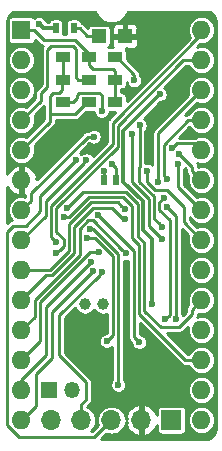
<source format=gbl>
G04 #@! TF.GenerationSoftware,KiCad,Pcbnew,(5.1.2-1)-1*
G04 #@! TF.CreationDate,2019-06-12T16:50:37+03:00*
G04 #@! TF.ProjectId,ayx,6179782e-6b69-4636-9164-5f7063625858,rev?*
G04 #@! TF.SameCoordinates,Original*
G04 #@! TF.FileFunction,Copper,L2,Bot*
G04 #@! TF.FilePolarity,Positive*
%FSLAX46Y46*%
G04 Gerber Fmt 4.6, Leading zero omitted, Abs format (unit mm)*
G04 Created by KiCad (PCBNEW (5.1.2-1)-1) date 2019-06-12 16:50:37*
%MOMM*%
%LPD*%
G04 APERTURE LIST*
%ADD10R,1.600000X1.600000*%
%ADD11O,1.600000X1.600000*%
%ADD12R,0.500000X0.900000*%
%ADD13R,1.200000X0.900000*%
%ADD14O,1.700000X1.700000*%
%ADD15R,1.700000X1.700000*%
%ADD16O,1.350000X1.350000*%
%ADD17R,1.350000X1.350000*%
%ADD18R,1.200000X1.200000*%
%ADD19C,1.000000*%
%ADD20C,0.600000*%
%ADD21C,0.300000*%
%ADD22C,0.250000*%
G04 APERTURE END LIST*
D10*
X140335000Y-86360000D03*
D11*
X155575000Y-119380000D03*
X140335000Y-88900000D03*
X155575000Y-116840000D03*
X140335000Y-91440000D03*
X155575000Y-114300000D03*
X140335000Y-93980000D03*
X155575000Y-111760000D03*
X140335000Y-96520000D03*
X155575000Y-109220000D03*
X140335000Y-99060000D03*
X155575000Y-106680000D03*
X140335000Y-101600000D03*
X155575000Y-104140000D03*
X140335000Y-104140000D03*
X155575000Y-101600000D03*
X140335000Y-106680000D03*
X155575000Y-99060000D03*
X140335000Y-109220000D03*
X155575000Y-96520000D03*
X140335000Y-111760000D03*
X155575000Y-93980000D03*
X140335000Y-114300000D03*
X155575000Y-91440000D03*
X140335000Y-116840000D03*
X155575000Y-88900000D03*
X140335000Y-119380000D03*
X155575000Y-86360000D03*
D12*
X148336000Y-99060000D03*
X147320000Y-99060000D03*
D13*
X148250000Y-88646000D03*
X146050000Y-88646000D03*
D14*
X142875000Y-119380000D03*
X145415000Y-119380000D03*
X147955000Y-119380000D03*
X150495000Y-119380000D03*
D15*
X153035000Y-119380000D03*
D13*
X143850000Y-92456000D03*
X146050000Y-92456000D03*
X143850000Y-90551000D03*
X146050000Y-90551000D03*
X143850000Y-88646000D03*
X146050000Y-88646000D03*
X148250000Y-92456000D03*
X146050000Y-92456000D03*
X148250000Y-90551000D03*
X146050000Y-90551000D03*
D16*
X144627600Y-116840000D03*
D17*
X142627600Y-116840000D03*
D18*
X149100000Y-86868000D03*
X146900000Y-86868000D03*
D12*
X144750000Y-86200000D03*
X143250000Y-86200000D03*
D19*
X147218400Y-109575600D03*
X145718400Y-109575600D03*
D20*
X152031449Y-91803449D03*
X151370743Y-109549891D03*
X150289108Y-86490942D03*
X141833600Y-90906600D03*
X154533600Y-108102400D03*
X156235400Y-113030000D03*
X146456400Y-114274600D03*
X154025600Y-91744800D03*
X146558000Y-93980000D03*
X147320000Y-98298000D03*
X147965401Y-97673401D03*
X150317198Y-112801400D03*
X146844816Y-102043375D03*
X144946640Y-97362973D03*
X147157727Y-106882748D03*
X146149210Y-103181824D03*
X148539200Y-116408200D03*
X152362369Y-100545764D03*
X152499451Y-110850143D03*
X153423498Y-110809994D03*
X152633643Y-101298379D03*
X146364996Y-106773788D03*
X146241545Y-105983367D03*
X146865235Y-105182725D03*
X149159435Y-105241892D03*
X149077694Y-102360635D03*
X149083576Y-101548487D03*
X151916120Y-99231602D03*
X152670249Y-98964567D03*
X153098576Y-96328860D03*
X153705390Y-96850200D03*
X153618343Y-97669024D03*
X150951837Y-98251192D03*
X145835290Y-97373401D03*
X146456400Y-95377002D03*
X144180065Y-101432835D03*
X143924611Y-102190966D03*
X143287557Y-104338244D03*
X143270012Y-105257573D03*
X141822782Y-85827000D03*
X145915340Y-103946889D03*
X147548600Y-112699800D03*
X149663585Y-95126688D03*
X152264779Y-104063800D03*
X147116800Y-93218000D03*
X150331444Y-94434278D03*
X152264779Y-103022400D03*
X149885400Y-90627200D03*
D21*
X148971624Y-94863274D02*
X148971624Y-99192116D01*
X151370743Y-109125627D02*
X151370743Y-109549891D01*
X148971624Y-99192116D02*
X150633608Y-100854100D01*
X151370743Y-104050543D02*
X151370743Y-109125627D01*
X150633608Y-103313408D02*
X151370743Y-104050543D01*
X150633608Y-100854100D02*
X150633608Y-103313408D01*
X152031449Y-91803449D02*
X148971624Y-94863274D01*
D22*
X149100000Y-86868000D02*
X149912050Y-86868000D01*
X149912050Y-86868000D02*
X150289108Y-86490942D01*
X147320000Y-99060000D02*
X147320000Y-98298000D01*
X148336000Y-98044000D02*
X147965401Y-97673401D01*
X148336000Y-99060000D02*
X148336000Y-98044000D01*
X150317198Y-112801400D02*
X149845719Y-112329921D01*
X147144815Y-102343374D02*
X146844816Y-102043375D01*
X149850001Y-108872807D02*
X149850001Y-105048560D01*
X149850001Y-105048560D02*
X147144815Y-102343374D01*
X149845719Y-108877089D02*
X149850001Y-108872807D01*
X149845719Y-112329921D02*
X149845719Y-108877089D01*
X141935200Y-100374413D02*
X144646641Y-97662972D01*
X141935200Y-101664802D02*
X141935200Y-100374413D01*
X139599200Y-102920800D02*
X140679202Y-102920800D01*
X147955000Y-119380000D02*
X146507200Y-120827800D01*
X144646641Y-97662972D02*
X144946640Y-97362973D01*
X146507200Y-120827800D02*
X140117798Y-120827800D01*
X139090400Y-103429600D02*
X139599200Y-102920800D01*
X140117798Y-120827800D02*
X139090400Y-119800402D01*
X140679202Y-102920800D02*
X141935200Y-101664802D01*
X139090400Y-119800402D02*
X139090400Y-103429600D01*
X146857728Y-107182747D02*
X147157727Y-106882748D01*
X143535400Y-110505075D02*
X146857728Y-107182747D01*
X143535400Y-113893600D02*
X143535400Y-110505075D01*
X145415000Y-118059200D02*
X145796000Y-117678200D01*
X145415000Y-119380000D02*
X145415000Y-118059200D01*
X145796000Y-117678200D02*
X145796000Y-116154200D01*
X145796000Y-116154200D02*
X143535400Y-113893600D01*
X148539200Y-115983936D02*
X148539200Y-116408200D01*
X148539200Y-105319005D02*
X148539200Y-115983936D01*
X146402019Y-103181824D02*
X148539200Y-105319005D01*
X146149210Y-103181824D02*
X146402019Y-103181824D01*
X152008641Y-100899492D02*
X152008641Y-101598381D01*
X152889789Y-102479529D02*
X152889789Y-110459805D01*
X152889789Y-110459805D02*
X152799450Y-110550144D01*
X152008641Y-101598381D02*
X152889789Y-102479529D01*
X152799450Y-110550144D02*
X152499451Y-110850143D01*
X152362369Y-100545764D02*
X152008641Y-100899492D01*
X153423498Y-102088234D02*
X152933642Y-101598378D01*
X153423498Y-110809994D02*
X153423498Y-102088234D01*
X152933642Y-101598378D02*
X152633643Y-101298379D01*
X142951200Y-110187584D02*
X146064997Y-107073787D01*
X142951200Y-114122200D02*
X142951200Y-110187584D01*
X140335000Y-119380000D02*
X140385800Y-119380000D01*
X146064997Y-107073787D02*
X146364996Y-106773788D01*
X140385800Y-119380000D02*
X141579600Y-118186200D01*
X141579600Y-118186200D02*
X141579600Y-115493800D01*
X141579600Y-115493800D02*
X142951200Y-114122200D01*
X140335000Y-116840000D02*
X140335000Y-115965002D01*
X140335000Y-115965002D02*
X142417800Y-113882202D01*
X145941546Y-106283366D02*
X146241545Y-105983367D01*
X142417800Y-109807112D02*
X145941546Y-106283366D01*
X142417800Y-113882202D02*
X142417800Y-109807112D01*
X141655800Y-112979200D02*
X140335000Y-114300000D01*
X146137975Y-105182725D02*
X141910011Y-109410689D01*
X146865235Y-105182725D02*
X146137975Y-105182725D01*
X141910011Y-109410689D02*
X141910011Y-112724989D01*
X141910011Y-112724989D02*
X141655800Y-112979200D01*
X146355743Y-102438200D02*
X148859436Y-104941893D01*
X146008936Y-102438200D02*
X146355743Y-102438200D01*
X145262600Y-105421691D02*
X145262600Y-103184536D01*
X145262600Y-103184536D02*
X146008936Y-102438200D01*
X141460001Y-110634999D02*
X141460001Y-109224289D01*
X148859436Y-104941893D02*
X149159435Y-105241892D01*
X140335000Y-111760000D02*
X141460001Y-110634999D01*
X141460001Y-109224289D02*
X145262600Y-105421691D01*
X143850000Y-88646000D02*
X143850000Y-90551000D01*
X143850000Y-90551000D02*
X144000000Y-90551000D01*
X140335000Y-96520000D02*
X142748000Y-94107000D01*
X142748000Y-94107000D02*
X142748000Y-93472000D01*
X145905000Y-92456000D02*
X146050000Y-92456000D01*
X142748000Y-93472000D02*
X142748000Y-91922998D01*
X143764000Y-91440000D02*
X143764000Y-90678000D01*
X143523001Y-91680999D02*
X143764000Y-91440000D01*
X142989999Y-91680999D02*
X143523001Y-91680999D01*
X142748000Y-91922998D02*
X142989999Y-91680999D01*
X146075402Y-92481402D02*
X146050000Y-92456000D01*
X146050000Y-92456000D02*
X145900000Y-92456000D01*
X144884000Y-93472000D02*
X142748000Y-93472000D01*
X145900000Y-92456000D02*
X144884000Y-93472000D01*
X144860539Y-87231316D02*
X142256316Y-87231316D01*
X146050000Y-88420777D02*
X144860539Y-87231316D01*
X142256316Y-87231316D02*
X141385000Y-86360000D01*
X141385000Y-86360000D02*
X140335000Y-86360000D01*
X148250000Y-92456000D02*
X148250000Y-90551000D01*
X146050000Y-88646000D02*
X146050000Y-89079000D01*
X146050000Y-88900000D02*
X146050000Y-88420777D01*
X148082000Y-89662000D02*
X146366000Y-89662000D01*
X146050000Y-89346000D02*
X146050000Y-88646000D01*
X146366000Y-89662000D02*
X146050000Y-89346000D01*
X148250000Y-89830000D02*
X148082000Y-89662000D01*
X148250000Y-90551000D02*
X148250000Y-89830000D01*
X149077694Y-102360635D02*
X149045835Y-102360635D01*
X142936080Y-107111800D02*
X142443200Y-107111800D01*
X144812589Y-105235291D02*
X142936080Y-107111800D01*
X146421666Y-101389059D02*
X144812589Y-102998136D01*
X144812589Y-102998136D02*
X144812589Y-105235291D01*
X147999146Y-101389059D02*
X146421666Y-101389059D01*
X148970722Y-102360635D02*
X147999146Y-101389059D01*
X149077694Y-102360635D02*
X148970722Y-102360635D01*
X142443200Y-107111800D02*
X140335000Y-109220000D01*
X144362578Y-105048891D02*
X144362578Y-102811736D01*
X141466370Y-106680000D02*
X141484581Y-106661789D01*
X144362578Y-102811736D02*
X146235266Y-100939048D01*
X146235266Y-100939048D02*
X148474137Y-100939048D01*
X148474137Y-100939048D02*
X148783577Y-101248488D01*
X142749680Y-106661789D02*
X144362578Y-105048891D01*
X148783577Y-101248488D02*
X149083576Y-101548487D01*
X141484581Y-106661789D02*
X142749680Y-106661789D01*
X140335000Y-106680000D02*
X141466370Y-106680000D01*
X151917400Y-99230322D02*
X151916120Y-99231602D01*
X155575000Y-91440000D02*
X151917400Y-95097600D01*
X151917400Y-95097600D02*
X151917400Y-99230322D01*
X154443630Y-93980000D02*
X155575000Y-93980000D01*
X152370250Y-96053380D02*
X154443630Y-93980000D01*
X152670249Y-98964567D02*
X152370250Y-98664568D01*
X152370250Y-98664568D02*
X152370250Y-96053380D01*
X153398575Y-96028861D02*
X153098576Y-96328860D01*
X153466236Y-95961200D02*
X153398575Y-96028861D01*
X155016200Y-95961200D02*
X153466236Y-95961200D01*
X155575000Y-96520000D02*
X155016200Y-95961200D01*
X154775001Y-97919811D02*
X153705390Y-96850200D01*
X155575000Y-99060000D02*
X154775001Y-98260001D01*
X154775001Y-98260001D02*
X154775001Y-97919811D01*
X155575000Y-101600000D02*
X153618343Y-99643343D01*
X153618343Y-98093288D02*
X153618343Y-97669024D01*
X153618343Y-99643343D02*
X153618343Y-98093288D01*
X154076400Y-101339266D02*
X152631923Y-99894789D01*
X155575000Y-104140000D02*
X154076400Y-102641400D01*
X154076400Y-102641400D02*
X154076400Y-101339266D01*
X150951837Y-99204970D02*
X150951837Y-98675456D01*
X150951837Y-98675456D02*
X150951837Y-98251192D01*
X151641656Y-99894789D02*
X150951837Y-99204970D01*
X152631923Y-99894789D02*
X151641656Y-99894789D01*
X145535291Y-97673400D02*
X145835290Y-97373401D01*
X142392400Y-102082600D02*
X142392400Y-100816291D01*
X142392400Y-100816291D02*
X145535291Y-97673400D01*
X140335000Y-104140000D02*
X142392400Y-102082600D01*
X140335000Y-101600000D02*
X141134999Y-100800001D01*
X141134999Y-100800001D02*
X141134999Y-100169089D01*
X146032136Y-95377002D02*
X146456400Y-95377002D01*
X145927086Y-95377002D02*
X146032136Y-95377002D01*
X141134999Y-100169089D02*
X145927086Y-95377002D01*
X155575000Y-109220000D02*
X154775001Y-110019999D01*
X145573874Y-100039026D02*
X144480064Y-101132836D01*
X150158597Y-103755030D02*
X150158597Y-101050856D01*
X150745741Y-109249889D02*
X150750023Y-109245607D01*
X153670000Y-111531400D02*
X152116351Y-111531400D01*
X144480064Y-101132836D02*
X144180065Y-101432835D01*
X150158597Y-101050856D02*
X149146767Y-100039026D01*
X150745741Y-110160790D02*
X150745741Y-109249889D01*
X152116351Y-111531400D02*
X150745741Y-110160790D01*
X154775001Y-110426399D02*
X153670000Y-111531400D01*
X149146767Y-100039026D02*
X145573874Y-100039026D01*
X150750023Y-104346456D02*
X150158597Y-103755030D01*
X150750023Y-109245607D02*
X150750023Y-104346456D01*
X154775001Y-110019999D02*
X154775001Y-110426399D01*
X155575000Y-114300000D02*
X154195584Y-114300000D01*
X150295730Y-109063489D02*
X150300012Y-109059207D01*
X150300012Y-104532856D02*
X149708586Y-103941430D01*
X146048866Y-100489037D02*
X144346937Y-102190966D01*
X150300012Y-109059207D02*
X150300012Y-104532856D01*
X154195584Y-114300000D02*
X150295730Y-110400146D01*
X149708586Y-101237256D02*
X148960367Y-100489037D01*
X149708586Y-103941430D02*
X149708586Y-101237256D01*
X148960367Y-100489037D02*
X146048866Y-100489037D01*
X150295730Y-110400146D02*
X150295730Y-109063489D01*
X144346937Y-102190966D02*
X143924611Y-102190966D01*
X142849600Y-103900287D02*
X142987558Y-104038245D01*
X142987558Y-104038245D02*
X143287557Y-104338244D01*
X142849600Y-101242990D02*
X142849600Y-103900287D01*
X155575000Y-86360000D02*
X155575000Y-86703587D01*
X148046602Y-94231985D02*
X148046602Y-96045988D01*
X155575000Y-86703587D02*
X148046602Y-94231985D01*
X148046602Y-96045988D02*
X142849600Y-101242990D01*
X143912567Y-104615018D02*
X143570011Y-104957574D01*
X155575000Y-88900000D02*
X154051000Y-88900000D01*
X148496613Y-94454387D02*
X148496613Y-96232388D01*
X143570011Y-104957574D02*
X143270012Y-105257573D01*
X154051000Y-88900000D02*
X148496613Y-94454387D01*
X148496613Y-96232388D02*
X143299611Y-101429390D01*
X143299611Y-101429390D02*
X143299611Y-103415287D01*
X143299611Y-103415287D02*
X143912567Y-104028243D01*
X143912567Y-104028243D02*
X143912567Y-104615018D01*
D21*
X142122781Y-86126999D02*
X141822782Y-85827000D01*
X143250000Y-86200000D02*
X142195782Y-86200000D01*
X142195782Y-86200000D02*
X142122781Y-86126999D01*
D22*
X145915340Y-103946889D02*
X146530674Y-103946889D01*
X147848599Y-112399801D02*
X147548600Y-112699800D01*
X148051799Y-105468014D02*
X148051799Y-112196601D01*
X146530674Y-103946889D02*
X148051799Y-105468014D01*
X148051799Y-112196601D02*
X147848599Y-112399801D01*
X144929332Y-87936520D02*
X144929332Y-90319332D01*
X142869509Y-87681327D02*
X144674139Y-87681327D01*
X144929332Y-90319332D02*
X145161000Y-90551000D01*
X141986000Y-91694000D02*
X142532528Y-91147472D01*
X142532528Y-91147472D02*
X142532528Y-88018308D01*
X145161000Y-90551000D02*
X146050000Y-90551000D01*
X141986000Y-92329000D02*
X141986000Y-91694000D01*
X142532528Y-88018308D02*
X142869509Y-87681327D01*
X144674139Y-87681327D02*
X144929332Y-87936520D01*
X140335000Y-93980000D02*
X141986000Y-92329000D01*
X145255000Y-86200000D02*
X145923000Y-86868000D01*
X145923000Y-86868000D02*
X146900000Y-86868000D01*
X144750000Y-86200000D02*
X145255000Y-86200000D01*
X151108619Y-102907640D02*
X151964780Y-103763801D01*
X149663585Y-95126688D02*
X149663585Y-99189539D01*
X149663585Y-99189539D02*
X151108619Y-100634573D01*
X151964780Y-103763801D02*
X152264779Y-104063800D01*
X151108619Y-100634573D02*
X151108619Y-102907640D01*
X144689001Y-92456000D02*
X143850000Y-92456000D01*
X145034000Y-92111001D02*
X144689001Y-92456000D01*
X145034000Y-91836998D02*
X145034000Y-92111001D01*
X145189999Y-91680999D02*
X145034000Y-91836998D01*
X146910001Y-91680999D02*
X145189999Y-91680999D01*
X147116800Y-91887798D02*
X146910001Y-91680999D01*
X147116800Y-93218000D02*
X147116800Y-91887798D01*
X151558630Y-100448173D02*
X151558630Y-102316251D01*
X150331444Y-97946581D02*
X150326835Y-97951190D01*
X150326835Y-99216378D02*
X151558630Y-100448173D01*
X151964780Y-102722401D02*
X152264779Y-103022400D01*
X151558630Y-102316251D02*
X151964780Y-102722401D01*
X150331444Y-94434278D02*
X150331444Y-97946581D01*
X150326835Y-97951190D02*
X150326835Y-99216378D01*
X149885400Y-90202936D02*
X149885400Y-90627200D01*
X149885400Y-90131400D02*
X149885400Y-90202936D01*
X148400000Y-88646000D02*
X149885400Y-90131400D01*
X148250000Y-88646000D02*
X148400000Y-88646000D01*
G36*
X146592222Y-84864311D02*
G01*
X146608306Y-84901838D01*
X146623833Y-84939509D01*
X146626821Y-84945036D01*
X146722348Y-85118797D01*
X146745400Y-85152464D01*
X146767959Y-85186418D01*
X146771964Y-85191260D01*
X146899421Y-85343157D01*
X146928591Y-85371723D01*
X146957301Y-85400634D01*
X146962170Y-85404606D01*
X147116704Y-85528854D01*
X147150845Y-85551196D01*
X147184646Y-85573995D01*
X147190193Y-85576945D01*
X147365917Y-85668811D01*
X147403762Y-85684101D01*
X147441332Y-85699894D01*
X147447343Y-85701709D01*
X147447349Y-85701711D01*
X147637568Y-85757695D01*
X147677631Y-85765338D01*
X147717584Y-85773539D01*
X147723835Y-85774152D01*
X147723837Y-85774152D01*
X147921309Y-85792123D01*
X147962127Y-85791838D01*
X148002878Y-85792123D01*
X148009131Y-85791510D01*
X148206333Y-85770783D01*
X148246269Y-85762585D01*
X148286347Y-85754940D01*
X148292362Y-85753124D01*
X148481784Y-85694489D01*
X148519435Y-85678662D01*
X148557200Y-85663404D01*
X148562742Y-85660458D01*
X148562746Y-85660456D01*
X148562749Y-85660454D01*
X148737171Y-85566144D01*
X148771008Y-85543321D01*
X148805112Y-85521004D01*
X148809981Y-85517033D01*
X148962765Y-85390639D01*
X148991507Y-85361695D01*
X149020644Y-85333163D01*
X149024649Y-85328322D01*
X149149973Y-85174660D01*
X149172554Y-85140673D01*
X149195586Y-85107036D01*
X149198574Y-85101509D01*
X149291665Y-84926431D01*
X149307210Y-84888715D01*
X149323275Y-84851233D01*
X149325133Y-84845231D01*
X149328524Y-84834000D01*
X156241599Y-84834000D01*
X156267652Y-84841866D01*
X156408589Y-84916804D01*
X156532281Y-85017684D01*
X156634023Y-85140670D01*
X156709938Y-85281071D01*
X156757138Y-85433551D01*
X156776000Y-85613013D01*
X156776001Y-120119985D01*
X156758267Y-120300854D01*
X156712134Y-120453653D01*
X156637198Y-120594587D01*
X156536317Y-120718279D01*
X156413334Y-120820021D01*
X156272928Y-120895938D01*
X156120449Y-120943138D01*
X155940987Y-120962000D01*
X147080105Y-120962000D01*
X147515351Y-120526755D01*
X147714858Y-120587275D01*
X147894822Y-120605000D01*
X148015178Y-120605000D01*
X148195142Y-120587275D01*
X148426055Y-120517228D01*
X148638866Y-120403478D01*
X148825397Y-120250397D01*
X148978478Y-120063866D01*
X149092228Y-119851055D01*
X149162275Y-119620142D01*
X149173615Y-119505002D01*
X149256937Y-119505002D01*
X149162101Y-119717669D01*
X149253588Y-119971216D01*
X149392782Y-120202043D01*
X149574333Y-120401280D01*
X149791265Y-120561270D01*
X150035241Y-120675864D01*
X150157332Y-120712893D01*
X150370000Y-120617453D01*
X150370000Y-119505000D01*
X150350000Y-119505000D01*
X150350000Y-119255000D01*
X150370000Y-119255000D01*
X150370000Y-118142547D01*
X150620000Y-118142547D01*
X150620000Y-119255000D01*
X150640000Y-119255000D01*
X150640000Y-119505000D01*
X150620000Y-119505000D01*
X150620000Y-120617453D01*
X150832668Y-120712893D01*
X150954759Y-120675864D01*
X151198735Y-120561270D01*
X151415667Y-120401280D01*
X151597218Y-120202043D01*
X151736412Y-119971216D01*
X151808186Y-119772302D01*
X151808186Y-120230000D01*
X151815426Y-120303513D01*
X151836869Y-120374200D01*
X151871691Y-120439347D01*
X151918552Y-120496448D01*
X151975653Y-120543309D01*
X152040800Y-120578131D01*
X152111487Y-120599574D01*
X152185000Y-120606814D01*
X153885000Y-120606814D01*
X153958513Y-120599574D01*
X154029200Y-120578131D01*
X154094347Y-120543309D01*
X154151448Y-120496448D01*
X154198309Y-120439347D01*
X154233131Y-120374200D01*
X154254574Y-120303513D01*
X154261814Y-120230000D01*
X154261814Y-119380000D01*
X154394315Y-119380000D01*
X154417002Y-119610340D01*
X154484189Y-119831829D01*
X154593296Y-120035953D01*
X154740130Y-120214870D01*
X154919047Y-120361704D01*
X155123171Y-120470811D01*
X155344660Y-120537998D01*
X155517280Y-120555000D01*
X155632720Y-120555000D01*
X155805340Y-120537998D01*
X156026829Y-120470811D01*
X156230953Y-120361704D01*
X156409870Y-120214870D01*
X156556704Y-120035953D01*
X156665811Y-119831829D01*
X156732998Y-119610340D01*
X156755685Y-119380000D01*
X156732998Y-119149660D01*
X156665811Y-118928171D01*
X156556704Y-118724047D01*
X156409870Y-118545130D01*
X156230953Y-118398296D01*
X156026829Y-118289189D01*
X155805340Y-118222002D01*
X155632720Y-118205000D01*
X155517280Y-118205000D01*
X155344660Y-118222002D01*
X155123171Y-118289189D01*
X154919047Y-118398296D01*
X154740130Y-118545130D01*
X154593296Y-118724047D01*
X154484189Y-118928171D01*
X154417002Y-119149660D01*
X154394315Y-119380000D01*
X154261814Y-119380000D01*
X154261814Y-118530000D01*
X154254574Y-118456487D01*
X154233131Y-118385800D01*
X154198309Y-118320653D01*
X154151448Y-118263552D01*
X154094347Y-118216691D01*
X154029200Y-118181869D01*
X153958513Y-118160426D01*
X153885000Y-118153186D01*
X152185000Y-118153186D01*
X152111487Y-118160426D01*
X152040800Y-118181869D01*
X151975653Y-118216691D01*
X151918552Y-118263552D01*
X151871691Y-118320653D01*
X151836869Y-118385800D01*
X151815426Y-118456487D01*
X151808186Y-118530000D01*
X151808186Y-118987698D01*
X151736412Y-118788784D01*
X151597218Y-118557957D01*
X151415667Y-118358720D01*
X151198735Y-118198730D01*
X150954759Y-118084136D01*
X150832668Y-118047107D01*
X150620000Y-118142547D01*
X150370000Y-118142547D01*
X150157332Y-118047107D01*
X150035241Y-118084136D01*
X149791265Y-118198730D01*
X149574333Y-118358720D01*
X149392782Y-118557957D01*
X149253588Y-118788784D01*
X149162101Y-119042331D01*
X149256937Y-119254998D01*
X149173615Y-119254998D01*
X149162275Y-119139858D01*
X149092228Y-118908945D01*
X148978478Y-118696134D01*
X148825397Y-118509603D01*
X148638866Y-118356522D01*
X148426055Y-118242772D01*
X148195142Y-118172725D01*
X148015178Y-118155000D01*
X147894822Y-118155000D01*
X147714858Y-118172725D01*
X147483945Y-118242772D01*
X147271134Y-118356522D01*
X147084603Y-118509603D01*
X146931522Y-118696134D01*
X146817772Y-118908945D01*
X146747725Y-119139858D01*
X146724073Y-119380000D01*
X146747725Y-119620142D01*
X146808245Y-119819649D01*
X146300095Y-120327800D01*
X146191081Y-120327800D01*
X146285397Y-120250397D01*
X146438478Y-120063866D01*
X146552228Y-119851055D01*
X146622275Y-119620142D01*
X146645927Y-119380000D01*
X146622275Y-119139858D01*
X146552228Y-118908945D01*
X146438478Y-118696134D01*
X146285397Y-118509603D01*
X146098866Y-118356522D01*
X145920254Y-118261052D01*
X146132186Y-118049121D01*
X146151264Y-118033464D01*
X146213746Y-117957329D01*
X146260175Y-117870467D01*
X146288765Y-117776217D01*
X146296000Y-117702760D01*
X146296000Y-117702751D01*
X146298418Y-117678201D01*
X146296000Y-117653651D01*
X146296000Y-116178757D01*
X146298419Y-116154199D01*
X146292242Y-116091487D01*
X146288765Y-116056183D01*
X146260175Y-115961933D01*
X146213746Y-115875071D01*
X146151264Y-115798936D01*
X146132181Y-115783275D01*
X144035400Y-113686495D01*
X144035400Y-110712180D01*
X144888662Y-109858919D01*
X144942985Y-109990068D01*
X145038743Y-110133380D01*
X145160620Y-110255257D01*
X145303932Y-110351015D01*
X145463172Y-110416974D01*
X145632220Y-110450600D01*
X145804580Y-110450600D01*
X145973628Y-110416974D01*
X146132868Y-110351015D01*
X146276180Y-110255257D01*
X146398057Y-110133380D01*
X146468400Y-110028104D01*
X146538743Y-110133380D01*
X146660620Y-110255257D01*
X146803932Y-110351015D01*
X146963172Y-110416974D01*
X147132220Y-110450600D01*
X147304580Y-110450600D01*
X147473628Y-110416974D01*
X147551800Y-110384594D01*
X147551800Y-111989495D01*
X147516495Y-112024800D01*
X147482118Y-112024800D01*
X147351710Y-112050740D01*
X147228868Y-112101623D01*
X147118313Y-112175493D01*
X147024293Y-112269513D01*
X146950423Y-112380068D01*
X146899540Y-112502910D01*
X146873600Y-112633318D01*
X146873600Y-112766282D01*
X146899540Y-112896690D01*
X146950423Y-113019532D01*
X147024293Y-113130087D01*
X147118313Y-113224107D01*
X147228868Y-113297977D01*
X147351710Y-113348860D01*
X147482118Y-113374800D01*
X147615082Y-113374800D01*
X147745490Y-113348860D01*
X147868332Y-113297977D01*
X147978887Y-113224107D01*
X148039201Y-113163793D01*
X148039201Y-115953605D01*
X148014893Y-115977913D01*
X147941023Y-116088468D01*
X147890140Y-116211310D01*
X147864200Y-116341718D01*
X147864200Y-116474682D01*
X147890140Y-116605090D01*
X147941023Y-116727932D01*
X148014893Y-116838487D01*
X148108913Y-116932507D01*
X148219468Y-117006377D01*
X148342310Y-117057260D01*
X148472718Y-117083200D01*
X148605682Y-117083200D01*
X148736090Y-117057260D01*
X148858932Y-117006377D01*
X148969487Y-116932507D01*
X149061994Y-116840000D01*
X154394315Y-116840000D01*
X154417002Y-117070340D01*
X154484189Y-117291829D01*
X154593296Y-117495953D01*
X154740130Y-117674870D01*
X154919047Y-117821704D01*
X155123171Y-117930811D01*
X155344660Y-117997998D01*
X155517280Y-118015000D01*
X155632720Y-118015000D01*
X155805340Y-117997998D01*
X156026829Y-117930811D01*
X156230953Y-117821704D01*
X156409870Y-117674870D01*
X156556704Y-117495953D01*
X156665811Y-117291829D01*
X156732998Y-117070340D01*
X156755685Y-116840000D01*
X156732998Y-116609660D01*
X156665811Y-116388171D01*
X156556704Y-116184047D01*
X156409870Y-116005130D01*
X156230953Y-115858296D01*
X156026829Y-115749189D01*
X155805340Y-115682002D01*
X155632720Y-115665000D01*
X155517280Y-115665000D01*
X155344660Y-115682002D01*
X155123171Y-115749189D01*
X154919047Y-115858296D01*
X154740130Y-116005130D01*
X154593296Y-116184047D01*
X154484189Y-116388171D01*
X154417002Y-116609660D01*
X154394315Y-116840000D01*
X149061994Y-116840000D01*
X149063507Y-116838487D01*
X149137377Y-116727932D01*
X149188260Y-116605090D01*
X149214200Y-116474682D01*
X149214200Y-116341718D01*
X149188260Y-116211310D01*
X149137377Y-116088468D01*
X149063507Y-115977913D01*
X149039200Y-115953606D01*
X149039200Y-105906200D01*
X149092953Y-105916892D01*
X149225917Y-105916892D01*
X149350002Y-105892210D01*
X149350001Y-108809054D01*
X149343300Y-108877089D01*
X149345720Y-108901659D01*
X149345719Y-112305361D01*
X149343300Y-112329921D01*
X149347357Y-112371113D01*
X149352954Y-112427937D01*
X149381544Y-112522187D01*
X149427973Y-112609050D01*
X149490455Y-112685185D01*
X149509543Y-112700850D01*
X149642198Y-112833505D01*
X149642198Y-112867882D01*
X149668138Y-112998290D01*
X149719021Y-113121132D01*
X149792891Y-113231687D01*
X149886911Y-113325707D01*
X149997466Y-113399577D01*
X150120308Y-113450460D01*
X150250716Y-113476400D01*
X150383680Y-113476400D01*
X150514088Y-113450460D01*
X150636930Y-113399577D01*
X150747485Y-113325707D01*
X150841505Y-113231687D01*
X150915375Y-113121132D01*
X150966258Y-112998290D01*
X150992198Y-112867882D01*
X150992198Y-112734918D01*
X150966258Y-112604510D01*
X150915375Y-112481668D01*
X150841505Y-112371113D01*
X150747485Y-112277093D01*
X150636930Y-112203223D01*
X150514088Y-112152340D01*
X150383680Y-112126400D01*
X150349303Y-112126400D01*
X150345719Y-112122816D01*
X150345719Y-111157240D01*
X153824664Y-114636187D01*
X153840320Y-114655264D01*
X153916455Y-114717746D01*
X154003317Y-114764175D01*
X154097567Y-114792765D01*
X154171024Y-114800000D01*
X154171033Y-114800000D01*
X154195583Y-114802418D01*
X154220133Y-114800000D01*
X154509937Y-114800000D01*
X154593296Y-114955953D01*
X154740130Y-115134870D01*
X154919047Y-115281704D01*
X155123171Y-115390811D01*
X155344660Y-115457998D01*
X155517280Y-115475000D01*
X155632720Y-115475000D01*
X155805340Y-115457998D01*
X156026829Y-115390811D01*
X156230953Y-115281704D01*
X156409870Y-115134870D01*
X156556704Y-114955953D01*
X156665811Y-114751829D01*
X156732998Y-114530340D01*
X156755685Y-114300000D01*
X156732998Y-114069660D01*
X156665811Y-113848171D01*
X156556704Y-113644047D01*
X156409870Y-113465130D01*
X156230953Y-113318296D01*
X156026829Y-113209189D01*
X155805340Y-113142002D01*
X155632720Y-113125000D01*
X155517280Y-113125000D01*
X155344660Y-113142002D01*
X155123171Y-113209189D01*
X154919047Y-113318296D01*
X154740130Y-113465130D01*
X154593296Y-113644047D01*
X154509937Y-113800000D01*
X154402691Y-113800000D01*
X152634090Y-112031400D01*
X153645440Y-112031400D01*
X153670000Y-112033819D01*
X153694560Y-112031400D01*
X153768017Y-112024165D01*
X153862267Y-111995575D01*
X153949129Y-111949146D01*
X154025264Y-111886664D01*
X154040929Y-111867576D01*
X154433616Y-111474890D01*
X154417002Y-111529660D01*
X154394315Y-111760000D01*
X154417002Y-111990340D01*
X154484189Y-112211829D01*
X154593296Y-112415953D01*
X154740130Y-112594870D01*
X154919047Y-112741704D01*
X155123171Y-112850811D01*
X155344660Y-112917998D01*
X155517280Y-112935000D01*
X155632720Y-112935000D01*
X155805340Y-112917998D01*
X156026829Y-112850811D01*
X156230953Y-112741704D01*
X156409870Y-112594870D01*
X156556704Y-112415953D01*
X156665811Y-112211829D01*
X156732998Y-111990340D01*
X156755685Y-111760000D01*
X156732998Y-111529660D01*
X156665811Y-111308171D01*
X156556704Y-111104047D01*
X156409870Y-110925130D01*
X156230953Y-110778296D01*
X156026829Y-110669189D01*
X155805340Y-110602002D01*
X155632720Y-110585000D01*
X155517280Y-110585000D01*
X155344660Y-110602002D01*
X155229394Y-110636967D01*
X155239176Y-110618666D01*
X155267766Y-110524415D01*
X155275001Y-110450958D01*
X155275001Y-110450950D01*
X155277419Y-110426400D01*
X155275001Y-110401850D01*
X155275001Y-110356867D01*
X155344660Y-110377998D01*
X155517280Y-110395000D01*
X155632720Y-110395000D01*
X155805340Y-110377998D01*
X156026829Y-110310811D01*
X156230953Y-110201704D01*
X156409870Y-110054870D01*
X156556704Y-109875953D01*
X156665811Y-109671829D01*
X156732998Y-109450340D01*
X156755685Y-109220000D01*
X156732998Y-108989660D01*
X156665811Y-108768171D01*
X156556704Y-108564047D01*
X156409870Y-108385130D01*
X156230953Y-108238296D01*
X156026829Y-108129189D01*
X155805340Y-108062002D01*
X155632720Y-108045000D01*
X155517280Y-108045000D01*
X155344660Y-108062002D01*
X155123171Y-108129189D01*
X154919047Y-108238296D01*
X154740130Y-108385130D01*
X154593296Y-108564047D01*
X154484189Y-108768171D01*
X154417002Y-108989660D01*
X154394315Y-109220000D01*
X154417002Y-109450340D01*
X154468334Y-109619561D01*
X154438825Y-109649070D01*
X154419737Y-109664735D01*
X154357255Y-109740870D01*
X154310826Y-109827733D01*
X154296199Y-109875953D01*
X154282236Y-109921982D01*
X154272582Y-110019999D01*
X154275001Y-110044559D01*
X154275001Y-110219292D01*
X154014608Y-110479686D01*
X153947805Y-110379707D01*
X153923498Y-110355400D01*
X153923498Y-106680000D01*
X154394315Y-106680000D01*
X154417002Y-106910340D01*
X154484189Y-107131829D01*
X154593296Y-107335953D01*
X154740130Y-107514870D01*
X154919047Y-107661704D01*
X155123171Y-107770811D01*
X155344660Y-107837998D01*
X155517280Y-107855000D01*
X155632720Y-107855000D01*
X155805340Y-107837998D01*
X156026829Y-107770811D01*
X156230953Y-107661704D01*
X156409870Y-107514870D01*
X156556704Y-107335953D01*
X156665811Y-107131829D01*
X156732998Y-106910340D01*
X156755685Y-106680000D01*
X156732998Y-106449660D01*
X156665811Y-106228171D01*
X156556704Y-106024047D01*
X156409870Y-105845130D01*
X156230953Y-105698296D01*
X156026829Y-105589189D01*
X155805340Y-105522002D01*
X155632720Y-105505000D01*
X155517280Y-105505000D01*
X155344660Y-105522002D01*
X155123171Y-105589189D01*
X154919047Y-105698296D01*
X154740130Y-105845130D01*
X154593296Y-106024047D01*
X154484189Y-106228171D01*
X154417002Y-106449660D01*
X154394315Y-106680000D01*
X153923498Y-106680000D01*
X153923498Y-103195603D01*
X154468334Y-103740440D01*
X154417002Y-103909660D01*
X154394315Y-104140000D01*
X154417002Y-104370340D01*
X154484189Y-104591829D01*
X154593296Y-104795953D01*
X154740130Y-104974870D01*
X154919047Y-105121704D01*
X155123171Y-105230811D01*
X155344660Y-105297998D01*
X155517280Y-105315000D01*
X155632720Y-105315000D01*
X155805340Y-105297998D01*
X156026829Y-105230811D01*
X156230953Y-105121704D01*
X156409870Y-104974870D01*
X156556704Y-104795953D01*
X156665811Y-104591829D01*
X156732998Y-104370340D01*
X156755685Y-104140000D01*
X156732998Y-103909660D01*
X156665811Y-103688171D01*
X156556704Y-103484047D01*
X156409870Y-103305130D01*
X156230953Y-103158296D01*
X156026829Y-103049189D01*
X155805340Y-102982002D01*
X155632720Y-102965000D01*
X155517280Y-102965000D01*
X155344660Y-102982002D01*
X155175440Y-103033334D01*
X154576400Y-102434295D01*
X154576400Y-102224343D01*
X154593296Y-102255953D01*
X154740130Y-102434870D01*
X154919047Y-102581704D01*
X155123171Y-102690811D01*
X155344660Y-102757998D01*
X155517280Y-102775000D01*
X155632720Y-102775000D01*
X155805340Y-102757998D01*
X156026829Y-102690811D01*
X156230953Y-102581704D01*
X156409870Y-102434870D01*
X156556704Y-102255953D01*
X156665811Y-102051829D01*
X156732998Y-101830340D01*
X156755685Y-101600000D01*
X156732998Y-101369660D01*
X156665811Y-101148171D01*
X156556704Y-100944047D01*
X156409870Y-100765130D01*
X156230953Y-100618296D01*
X156026829Y-100509189D01*
X155805340Y-100442002D01*
X155632720Y-100425000D01*
X155517280Y-100425000D01*
X155344660Y-100442002D01*
X155175440Y-100493334D01*
X154118343Y-99436238D01*
X154118343Y-98123618D01*
X154142650Y-98099311D01*
X154184605Y-98036521D01*
X154275001Y-98126918D01*
X154275001Y-98235441D01*
X154272582Y-98260001D01*
X154278699Y-98322109D01*
X154282236Y-98358017D01*
X154310826Y-98452267D01*
X154357255Y-98539130D01*
X154419737Y-98615265D01*
X154438825Y-98630930D01*
X154468334Y-98660439D01*
X154417002Y-98829660D01*
X154394315Y-99060000D01*
X154417002Y-99290340D01*
X154484189Y-99511829D01*
X154593296Y-99715953D01*
X154740130Y-99894870D01*
X154919047Y-100041704D01*
X155123171Y-100150811D01*
X155344660Y-100217998D01*
X155517280Y-100235000D01*
X155632720Y-100235000D01*
X155805340Y-100217998D01*
X156026829Y-100150811D01*
X156230953Y-100041704D01*
X156409870Y-99894870D01*
X156556704Y-99715953D01*
X156665811Y-99511829D01*
X156732998Y-99290340D01*
X156755685Y-99060000D01*
X156732998Y-98829660D01*
X156665811Y-98608171D01*
X156556704Y-98404047D01*
X156409870Y-98225130D01*
X156230953Y-98078296D01*
X156026829Y-97969189D01*
X155805340Y-97902002D01*
X155632720Y-97885000D01*
X155517280Y-97885000D01*
X155344660Y-97902002D01*
X155277156Y-97922479D01*
X155277419Y-97919810D01*
X155275001Y-97895260D01*
X155275001Y-97895252D01*
X155267766Y-97821795D01*
X155239176Y-97727544D01*
X155192747Y-97640682D01*
X155183169Y-97629011D01*
X155344660Y-97677998D01*
X155517280Y-97695000D01*
X155632720Y-97695000D01*
X155805340Y-97677998D01*
X156026829Y-97610811D01*
X156230953Y-97501704D01*
X156409870Y-97354870D01*
X156556704Y-97175953D01*
X156665811Y-96971829D01*
X156732998Y-96750340D01*
X156755685Y-96520000D01*
X156732998Y-96289660D01*
X156665811Y-96068171D01*
X156556704Y-95864047D01*
X156409870Y-95685130D01*
X156230953Y-95538296D01*
X156026829Y-95429189D01*
X155805340Y-95362002D01*
X155632720Y-95345000D01*
X155517280Y-95345000D01*
X155344660Y-95362002D01*
X155123171Y-95429189D01*
X155059778Y-95463073D01*
X155040760Y-95461200D01*
X155016200Y-95458781D01*
X154991640Y-95461200D01*
X153669535Y-95461200D01*
X154558981Y-94571755D01*
X154593296Y-94635953D01*
X154740130Y-94814870D01*
X154919047Y-94961704D01*
X155123171Y-95070811D01*
X155344660Y-95137998D01*
X155517280Y-95155000D01*
X155632720Y-95155000D01*
X155805340Y-95137998D01*
X156026829Y-95070811D01*
X156230953Y-94961704D01*
X156409870Y-94814870D01*
X156556704Y-94635953D01*
X156665811Y-94431829D01*
X156732998Y-94210340D01*
X156755685Y-93980000D01*
X156732998Y-93749660D01*
X156665811Y-93528171D01*
X156556704Y-93324047D01*
X156409870Y-93145130D01*
X156230953Y-92998296D01*
X156026829Y-92889189D01*
X155805340Y-92822002D01*
X155632720Y-92805000D01*
X155517280Y-92805000D01*
X155344660Y-92822002D01*
X155123171Y-92889189D01*
X154919047Y-92998296D01*
X154740130Y-93145130D01*
X154593296Y-93324047D01*
X154509937Y-93480000D01*
X154468187Y-93480000D01*
X154443629Y-93477581D01*
X154419071Y-93480000D01*
X154419070Y-93480000D01*
X154345613Y-93487235D01*
X154251363Y-93515825D01*
X154164501Y-93562254D01*
X154138576Y-93583530D01*
X155175440Y-92546666D01*
X155344660Y-92597998D01*
X155517280Y-92615000D01*
X155632720Y-92615000D01*
X155805340Y-92597998D01*
X156026829Y-92530811D01*
X156230953Y-92421704D01*
X156409870Y-92274870D01*
X156556704Y-92095953D01*
X156665811Y-91891829D01*
X156732998Y-91670340D01*
X156755685Y-91440000D01*
X156732998Y-91209660D01*
X156665811Y-90988171D01*
X156556704Y-90784047D01*
X156409870Y-90605130D01*
X156230953Y-90458296D01*
X156026829Y-90349189D01*
X155805340Y-90282002D01*
X155632720Y-90265000D01*
X155517280Y-90265000D01*
X155344660Y-90282002D01*
X155123171Y-90349189D01*
X154919047Y-90458296D01*
X154740130Y-90605130D01*
X154593296Y-90784047D01*
X154484189Y-90988171D01*
X154417002Y-91209660D01*
X154394315Y-91440000D01*
X154417002Y-91670340D01*
X154468334Y-91839560D01*
X151581224Y-94726671D01*
X151562136Y-94742336D01*
X151499654Y-94818471D01*
X151453225Y-94905334D01*
X151437072Y-94958585D01*
X151424635Y-94999583D01*
X151414981Y-95097600D01*
X151417400Y-95122160D01*
X151417401Y-97762162D01*
X151382124Y-97726885D01*
X151271569Y-97653015D01*
X151148727Y-97602132D01*
X151018319Y-97576192D01*
X150885355Y-97576192D01*
X150831444Y-97586916D01*
X150831444Y-94888872D01*
X150855751Y-94864565D01*
X150929621Y-94754010D01*
X150980504Y-94631168D01*
X151006444Y-94500760D01*
X151006444Y-94367796D01*
X150980504Y-94237388D01*
X150929621Y-94114546D01*
X150855751Y-94003991D01*
X150761731Y-93909971D01*
X150705177Y-93872183D01*
X152099154Y-92478206D01*
X152228339Y-92452509D01*
X152351181Y-92401626D01*
X152461736Y-92327756D01*
X152555756Y-92233736D01*
X152629626Y-92123181D01*
X152680509Y-92000339D01*
X152706449Y-91869931D01*
X152706449Y-91736967D01*
X152680509Y-91606559D01*
X152629626Y-91483717D01*
X152555756Y-91373162D01*
X152461736Y-91279142D01*
X152412118Y-91245988D01*
X154258107Y-89400000D01*
X154509937Y-89400000D01*
X154593296Y-89555953D01*
X154740130Y-89734870D01*
X154919047Y-89881704D01*
X155123171Y-89990811D01*
X155344660Y-90057998D01*
X155517280Y-90075000D01*
X155632720Y-90075000D01*
X155805340Y-90057998D01*
X156026829Y-89990811D01*
X156230953Y-89881704D01*
X156409870Y-89734870D01*
X156556704Y-89555953D01*
X156665811Y-89351829D01*
X156732998Y-89130340D01*
X156755685Y-88900000D01*
X156732998Y-88669660D01*
X156665811Y-88448171D01*
X156556704Y-88244047D01*
X156409870Y-88065130D01*
X156230953Y-87918296D01*
X156026829Y-87809189D01*
X155805340Y-87742002D01*
X155632720Y-87725000D01*
X155517280Y-87725000D01*
X155344660Y-87742002D01*
X155199728Y-87785966D01*
X155456664Y-87529030D01*
X155517280Y-87535000D01*
X155632720Y-87535000D01*
X155805340Y-87517998D01*
X156026829Y-87450811D01*
X156230953Y-87341704D01*
X156409870Y-87194870D01*
X156556704Y-87015953D01*
X156665811Y-86811829D01*
X156732998Y-86590340D01*
X156755685Y-86360000D01*
X156732998Y-86129660D01*
X156665811Y-85908171D01*
X156556704Y-85704047D01*
X156409870Y-85525130D01*
X156230953Y-85378296D01*
X156026829Y-85269189D01*
X155805340Y-85202002D01*
X155632720Y-85185000D01*
X155517280Y-85185000D01*
X155344660Y-85202002D01*
X155123171Y-85269189D01*
X154919047Y-85378296D01*
X154740130Y-85525130D01*
X154593296Y-85704047D01*
X154484189Y-85908171D01*
X154417002Y-86129660D01*
X154394315Y-86360000D01*
X154417002Y-86590340D01*
X154484189Y-86811829D01*
X154580140Y-86991340D01*
X149226814Y-92344668D01*
X149226814Y-92006000D01*
X149219574Y-91932487D01*
X149198131Y-91861800D01*
X149163309Y-91796653D01*
X149116448Y-91739552D01*
X149059347Y-91692691D01*
X148994200Y-91657869D01*
X148923513Y-91636426D01*
X148850000Y-91629186D01*
X148750000Y-91629186D01*
X148750000Y-91377814D01*
X148850000Y-91377814D01*
X148923513Y-91370574D01*
X148994200Y-91349131D01*
X149059347Y-91314309D01*
X149116448Y-91267448D01*
X149163309Y-91210347D01*
X149198131Y-91145200D01*
X149219574Y-91074513D01*
X149226814Y-91001000D01*
X149226814Y-90776200D01*
X149236340Y-90824090D01*
X149287223Y-90946932D01*
X149361093Y-91057487D01*
X149455113Y-91151507D01*
X149565668Y-91225377D01*
X149688510Y-91276260D01*
X149818918Y-91302200D01*
X149951882Y-91302200D01*
X150082290Y-91276260D01*
X150205132Y-91225377D01*
X150315687Y-91151507D01*
X150409707Y-91057487D01*
X150483577Y-90946932D01*
X150534460Y-90824090D01*
X150560400Y-90693682D01*
X150560400Y-90560718D01*
X150534460Y-90430310D01*
X150483577Y-90307468D01*
X150409707Y-90196913D01*
X150385400Y-90172606D01*
X150385400Y-90155960D01*
X150387819Y-90131400D01*
X150378165Y-90033383D01*
X150354934Y-89956800D01*
X150349575Y-89939133D01*
X150303146Y-89852271D01*
X150240664Y-89776136D01*
X150221587Y-89760480D01*
X149226814Y-88765708D01*
X149226814Y-88196000D01*
X149219574Y-88122487D01*
X149198131Y-88051800D01*
X149166702Y-87993000D01*
X149225002Y-87993000D01*
X149225002Y-87861752D01*
X149356250Y-87993000D01*
X149700000Y-87995540D01*
X149802918Y-87985403D01*
X149901881Y-87955383D01*
X149993086Y-87906633D01*
X150073027Y-87841027D01*
X150138633Y-87761086D01*
X150187383Y-87669881D01*
X150217403Y-87570918D01*
X150227540Y-87468000D01*
X150225000Y-87124250D01*
X150093750Y-86993000D01*
X149225000Y-86993000D01*
X149225000Y-87013000D01*
X148975000Y-87013000D01*
X148975000Y-86993000D01*
X148106250Y-86993000D01*
X147975000Y-87124250D01*
X147972460Y-87468000D01*
X147982597Y-87570918D01*
X148012617Y-87669881D01*
X148061367Y-87761086D01*
X148109049Y-87819186D01*
X147650000Y-87819186D01*
X147626500Y-87821500D01*
X147644200Y-87816131D01*
X147709347Y-87781309D01*
X147766448Y-87734448D01*
X147813309Y-87677347D01*
X147848131Y-87612200D01*
X147869574Y-87541513D01*
X147876814Y-87468000D01*
X147876814Y-86268000D01*
X147972460Y-86268000D01*
X147975000Y-86611750D01*
X148106250Y-86743000D01*
X148975000Y-86743000D01*
X148975000Y-85874250D01*
X149225000Y-85874250D01*
X149225000Y-86743000D01*
X150093750Y-86743000D01*
X150225000Y-86611750D01*
X150227540Y-86268000D01*
X150217403Y-86165082D01*
X150187383Y-86066119D01*
X150138633Y-85974914D01*
X150073027Y-85894973D01*
X149993086Y-85829367D01*
X149901881Y-85780617D01*
X149802918Y-85750597D01*
X149700000Y-85740460D01*
X149356250Y-85743000D01*
X149225000Y-85874250D01*
X148975000Y-85874250D01*
X148843750Y-85743000D01*
X148500000Y-85740460D01*
X148397082Y-85750597D01*
X148298119Y-85780617D01*
X148206914Y-85829367D01*
X148126973Y-85894973D01*
X148061367Y-85974914D01*
X148012617Y-86066119D01*
X147982597Y-86165082D01*
X147972460Y-86268000D01*
X147876814Y-86268000D01*
X147869574Y-86194487D01*
X147848131Y-86123800D01*
X147813309Y-86058653D01*
X147766448Y-86001552D01*
X147709347Y-85954691D01*
X147644200Y-85919869D01*
X147573513Y-85898426D01*
X147500000Y-85891186D01*
X146300000Y-85891186D01*
X146226487Y-85898426D01*
X146155800Y-85919869D01*
X146090653Y-85954691D01*
X146033552Y-86001552D01*
X145986691Y-86058653D01*
X145951869Y-86123800D01*
X145936516Y-86174410D01*
X145625929Y-85863824D01*
X145610264Y-85844736D01*
X145534129Y-85782254D01*
X145447267Y-85735825D01*
X145373205Y-85713359D01*
X145369574Y-85676487D01*
X145348131Y-85605800D01*
X145313309Y-85540653D01*
X145266448Y-85483552D01*
X145209347Y-85436691D01*
X145144200Y-85401869D01*
X145073513Y-85380426D01*
X145000000Y-85373186D01*
X144500000Y-85373186D01*
X144426487Y-85380426D01*
X144355800Y-85401869D01*
X144290653Y-85436691D01*
X144233552Y-85483552D01*
X144186691Y-85540653D01*
X144151869Y-85605800D01*
X144130426Y-85676487D01*
X144123186Y-85750000D01*
X144123186Y-86650000D01*
X144130426Y-86723513D01*
X144132793Y-86731316D01*
X143867207Y-86731316D01*
X143869574Y-86723513D01*
X143876814Y-86650000D01*
X143876814Y-85750000D01*
X143869574Y-85676487D01*
X143848131Y-85605800D01*
X143813309Y-85540653D01*
X143766448Y-85483552D01*
X143709347Y-85436691D01*
X143644200Y-85401869D01*
X143573513Y-85380426D01*
X143500000Y-85373186D01*
X143000000Y-85373186D01*
X142926487Y-85380426D01*
X142855800Y-85401869D01*
X142790653Y-85436691D01*
X142733552Y-85483552D01*
X142686691Y-85540653D01*
X142651869Y-85605800D01*
X142630877Y-85675000D01*
X142480771Y-85675000D01*
X142471842Y-85630110D01*
X142420959Y-85507268D01*
X142347089Y-85396713D01*
X142253069Y-85302693D01*
X142142514Y-85228823D01*
X142019672Y-85177940D01*
X141889264Y-85152000D01*
X141756300Y-85152000D01*
X141625892Y-85177940D01*
X141503050Y-85228823D01*
X141403122Y-85295592D01*
X141401448Y-85293552D01*
X141344347Y-85246691D01*
X141279200Y-85211869D01*
X141208513Y-85190426D01*
X141135000Y-85183186D01*
X139535000Y-85183186D01*
X139461487Y-85190426D01*
X139390800Y-85211869D01*
X139325653Y-85246691D01*
X139268552Y-85293552D01*
X139221691Y-85350653D01*
X139186869Y-85415800D01*
X139165426Y-85486487D01*
X139158186Y-85560000D01*
X139158186Y-87160000D01*
X139165426Y-87233513D01*
X139186869Y-87304200D01*
X139221691Y-87369347D01*
X139268552Y-87426448D01*
X139325653Y-87473309D01*
X139390800Y-87508131D01*
X139461487Y-87529574D01*
X139535000Y-87536814D01*
X141135000Y-87536814D01*
X141208513Y-87529574D01*
X141279200Y-87508131D01*
X141344347Y-87473309D01*
X141401448Y-87426448D01*
X141448309Y-87369347D01*
X141483131Y-87304200D01*
X141504574Y-87233513D01*
X141508773Y-87190879D01*
X141885395Y-87567502D01*
X141901052Y-87586580D01*
X141977187Y-87649062D01*
X142064049Y-87695491D01*
X142133378Y-87716521D01*
X142114783Y-87739179D01*
X142093314Y-87779345D01*
X142068354Y-87826041D01*
X142039763Y-87920291D01*
X142030109Y-88018308D01*
X142032529Y-88042878D01*
X142032528Y-90940365D01*
X141649819Y-91323076D01*
X141630737Y-91338736D01*
X141568255Y-91414871D01*
X141554823Y-91440001D01*
X141521826Y-91501733D01*
X141503729Y-91561390D01*
X141515685Y-91440000D01*
X141492998Y-91209660D01*
X141425811Y-90988171D01*
X141316704Y-90784047D01*
X141169870Y-90605130D01*
X140990953Y-90458296D01*
X140786829Y-90349189D01*
X140565340Y-90282002D01*
X140392720Y-90265000D01*
X140277280Y-90265000D01*
X140104660Y-90282002D01*
X139883171Y-90349189D01*
X139679047Y-90458296D01*
X139500130Y-90605130D01*
X139353296Y-90784047D01*
X139244189Y-90988171D01*
X139177002Y-91209660D01*
X139154315Y-91440000D01*
X139177002Y-91670340D01*
X139244189Y-91891829D01*
X139353296Y-92095953D01*
X139500130Y-92274870D01*
X139679047Y-92421704D01*
X139883171Y-92530811D01*
X140104660Y-92597998D01*
X140277280Y-92615000D01*
X140392720Y-92615000D01*
X140565340Y-92597998D01*
X140786829Y-92530811D01*
X140990953Y-92421704D01*
X141169870Y-92274870D01*
X141316704Y-92095953D01*
X141425811Y-91891829D01*
X141484130Y-91699574D01*
X141486001Y-91718570D01*
X141486000Y-92121893D01*
X140734560Y-92873334D01*
X140565340Y-92822002D01*
X140392720Y-92805000D01*
X140277280Y-92805000D01*
X140104660Y-92822002D01*
X139883171Y-92889189D01*
X139679047Y-92998296D01*
X139500130Y-93145130D01*
X139353296Y-93324047D01*
X139244189Y-93528171D01*
X139177002Y-93749660D01*
X139154315Y-93980000D01*
X139177002Y-94210340D01*
X139244189Y-94431829D01*
X139353296Y-94635953D01*
X139500130Y-94814870D01*
X139679047Y-94961704D01*
X139883171Y-95070811D01*
X140104660Y-95137998D01*
X140277280Y-95155000D01*
X140392720Y-95155000D01*
X140565340Y-95137998D01*
X140786829Y-95070811D01*
X140990953Y-94961704D01*
X141169870Y-94814870D01*
X141316704Y-94635953D01*
X141425811Y-94431829D01*
X141492998Y-94210340D01*
X141515685Y-93980000D01*
X141492998Y-93749660D01*
X141441666Y-93580440D01*
X142248000Y-92774106D01*
X142248000Y-93447440D01*
X142245581Y-93472000D01*
X142248001Y-93496570D01*
X142248000Y-93899893D01*
X140734561Y-95413334D01*
X140565340Y-95362002D01*
X140392720Y-95345000D01*
X140277280Y-95345000D01*
X140104660Y-95362002D01*
X139883171Y-95429189D01*
X139679047Y-95538296D01*
X139500130Y-95685130D01*
X139353296Y-95864047D01*
X139244189Y-96068171D01*
X139177002Y-96289660D01*
X139154315Y-96520000D01*
X139177002Y-96750340D01*
X139244189Y-96971829D01*
X139353296Y-97175953D01*
X139500130Y-97354870D01*
X139679047Y-97501704D01*
X139883171Y-97610811D01*
X140104660Y-97677998D01*
X140277280Y-97695000D01*
X140392720Y-97695000D01*
X140565340Y-97677998D01*
X140786829Y-97610811D01*
X140990953Y-97501704D01*
X141169870Y-97354870D01*
X141316704Y-97175953D01*
X141425811Y-96971829D01*
X141492998Y-96750340D01*
X141515685Y-96520000D01*
X141492998Y-96289660D01*
X141441666Y-96120439D01*
X143084187Y-94477920D01*
X143103264Y-94462264D01*
X143165746Y-94386129D01*
X143212175Y-94299267D01*
X143240765Y-94205017D01*
X143248000Y-94131560D01*
X143248000Y-94131551D01*
X143250418Y-94107001D01*
X143248000Y-94082451D01*
X143248000Y-93972000D01*
X144859440Y-93972000D01*
X144884000Y-93974419D01*
X144908560Y-93972000D01*
X144982017Y-93964765D01*
X145076267Y-93936175D01*
X145163129Y-93889746D01*
X145239264Y-93827264D01*
X145254929Y-93808176D01*
X145780292Y-93282814D01*
X146441800Y-93282814D01*
X146441800Y-93284482D01*
X146467740Y-93414890D01*
X146518623Y-93537732D01*
X146592493Y-93648287D01*
X146686513Y-93742307D01*
X146797068Y-93816177D01*
X146919910Y-93867060D01*
X147050318Y-93893000D01*
X147183282Y-93893000D01*
X147313690Y-93867060D01*
X147436532Y-93816177D01*
X147547087Y-93742307D01*
X147641107Y-93648287D01*
X147714977Y-93537732D01*
X147765860Y-93414890D01*
X147791800Y-93284482D01*
X147791800Y-93282814D01*
X148288668Y-93282814D01*
X147710426Y-93861056D01*
X147691338Y-93876721D01*
X147628856Y-93952856D01*
X147582427Y-94039719D01*
X147570507Y-94079014D01*
X147553837Y-94133968D01*
X147544183Y-94231985D01*
X147546602Y-94256545D01*
X147546603Y-95838880D01*
X146392751Y-96992733D01*
X146359597Y-96943114D01*
X146265577Y-96849094D01*
X146155022Y-96775224D01*
X146032180Y-96724341D01*
X145901772Y-96698401D01*
X145768808Y-96698401D01*
X145638400Y-96724341D01*
X145515558Y-96775224D01*
X145405003Y-96849094D01*
X145396179Y-96857918D01*
X145376927Y-96838666D01*
X145266372Y-96764796D01*
X145252249Y-96758946D01*
X146076331Y-95934864D01*
X146136668Y-95975179D01*
X146259510Y-96026062D01*
X146389918Y-96052002D01*
X146522882Y-96052002D01*
X146653290Y-96026062D01*
X146776132Y-95975179D01*
X146886687Y-95901309D01*
X146980707Y-95807289D01*
X147054577Y-95696734D01*
X147105460Y-95573892D01*
X147131400Y-95443484D01*
X147131400Y-95310520D01*
X147105460Y-95180112D01*
X147054577Y-95057270D01*
X146980707Y-94946715D01*
X146886687Y-94852695D01*
X146776132Y-94778825D01*
X146653290Y-94727942D01*
X146522882Y-94702002D01*
X146389918Y-94702002D01*
X146259510Y-94727942D01*
X146136668Y-94778825D01*
X146026113Y-94852695D01*
X146001806Y-94877002D01*
X145951635Y-94877002D01*
X145927085Y-94874584D01*
X145902535Y-94877002D01*
X145902526Y-94877002D01*
X145829069Y-94884237D01*
X145734819Y-94912827D01*
X145647957Y-94959256D01*
X145571822Y-95021738D01*
X145556166Y-95040815D01*
X141660000Y-98936983D01*
X141660000Y-98934998D01*
X141522188Y-98934998D01*
X141618296Y-98730188D01*
X141585259Y-98621266D01*
X141475643Y-98385783D01*
X141322193Y-98176209D01*
X141130805Y-98000599D01*
X140908835Y-97865701D01*
X140664813Y-97776699D01*
X140460000Y-97872154D01*
X140460000Y-98935000D01*
X140480000Y-98935000D01*
X140480000Y-99185000D01*
X140460000Y-99185000D01*
X140460000Y-100247846D01*
X140635000Y-100329406D01*
X140635000Y-100463133D01*
X140565340Y-100442002D01*
X140392720Y-100425000D01*
X140277280Y-100425000D01*
X140104660Y-100442002D01*
X139883171Y-100509189D01*
X139679047Y-100618296D01*
X139500130Y-100765130D01*
X139353296Y-100944047D01*
X139244189Y-101148171D01*
X139177002Y-101369660D01*
X139154315Y-101600000D01*
X139177002Y-101830340D01*
X139244189Y-102051829D01*
X139353296Y-102255953D01*
X139495849Y-102429653D01*
X139406933Y-102456625D01*
X139320071Y-102503054D01*
X139243936Y-102565536D01*
X139228279Y-102584614D01*
X139134000Y-102678893D01*
X139134000Y-99604555D01*
X139194357Y-99734217D01*
X139347807Y-99943791D01*
X139539195Y-100119401D01*
X139761165Y-100254299D01*
X140005187Y-100343301D01*
X140210000Y-100247846D01*
X140210000Y-99185000D01*
X140190000Y-99185000D01*
X140190000Y-98935000D01*
X140210000Y-98935000D01*
X140210000Y-97872154D01*
X140005187Y-97776699D01*
X139761165Y-97865701D01*
X139539195Y-98000599D01*
X139347807Y-98176209D01*
X139194357Y-98385783D01*
X139134000Y-98515445D01*
X139134000Y-88900000D01*
X139154315Y-88900000D01*
X139177002Y-89130340D01*
X139244189Y-89351829D01*
X139353296Y-89555953D01*
X139500130Y-89734870D01*
X139679047Y-89881704D01*
X139883171Y-89990811D01*
X140104660Y-90057998D01*
X140277280Y-90075000D01*
X140392720Y-90075000D01*
X140565340Y-90057998D01*
X140786829Y-89990811D01*
X140990953Y-89881704D01*
X141169870Y-89734870D01*
X141316704Y-89555953D01*
X141425811Y-89351829D01*
X141492998Y-89130340D01*
X141515685Y-88900000D01*
X141492998Y-88669660D01*
X141425811Y-88448171D01*
X141316704Y-88244047D01*
X141169870Y-88065130D01*
X140990953Y-87918296D01*
X140786829Y-87809189D01*
X140565340Y-87742002D01*
X140392720Y-87725000D01*
X140277280Y-87725000D01*
X140104660Y-87742002D01*
X139883171Y-87809189D01*
X139679047Y-87918296D01*
X139500130Y-88065130D01*
X139353296Y-88244047D01*
X139244189Y-88448171D01*
X139177002Y-88669660D01*
X139154315Y-88900000D01*
X139134000Y-88900000D01*
X139134000Y-85620005D01*
X139151733Y-85439146D01*
X139197866Y-85286348D01*
X139272804Y-85145411D01*
X139373684Y-85021719D01*
X139496670Y-84919977D01*
X139637071Y-84844062D01*
X139669576Y-84834000D01*
X146582607Y-84834000D01*
X146592222Y-84864311D01*
X146592222Y-84864311D01*
G37*
X146592222Y-84864311D02*
X146608306Y-84901838D01*
X146623833Y-84939509D01*
X146626821Y-84945036D01*
X146722348Y-85118797D01*
X146745400Y-85152464D01*
X146767959Y-85186418D01*
X146771964Y-85191260D01*
X146899421Y-85343157D01*
X146928591Y-85371723D01*
X146957301Y-85400634D01*
X146962170Y-85404606D01*
X147116704Y-85528854D01*
X147150845Y-85551196D01*
X147184646Y-85573995D01*
X147190193Y-85576945D01*
X147365917Y-85668811D01*
X147403762Y-85684101D01*
X147441332Y-85699894D01*
X147447343Y-85701709D01*
X147447349Y-85701711D01*
X147637568Y-85757695D01*
X147677631Y-85765338D01*
X147717584Y-85773539D01*
X147723835Y-85774152D01*
X147723837Y-85774152D01*
X147921309Y-85792123D01*
X147962127Y-85791838D01*
X148002878Y-85792123D01*
X148009131Y-85791510D01*
X148206333Y-85770783D01*
X148246269Y-85762585D01*
X148286347Y-85754940D01*
X148292362Y-85753124D01*
X148481784Y-85694489D01*
X148519435Y-85678662D01*
X148557200Y-85663404D01*
X148562742Y-85660458D01*
X148562746Y-85660456D01*
X148562749Y-85660454D01*
X148737171Y-85566144D01*
X148771008Y-85543321D01*
X148805112Y-85521004D01*
X148809981Y-85517033D01*
X148962765Y-85390639D01*
X148991507Y-85361695D01*
X149020644Y-85333163D01*
X149024649Y-85328322D01*
X149149973Y-85174660D01*
X149172554Y-85140673D01*
X149195586Y-85107036D01*
X149198574Y-85101509D01*
X149291665Y-84926431D01*
X149307210Y-84888715D01*
X149323275Y-84851233D01*
X149325133Y-84845231D01*
X149328524Y-84834000D01*
X156241599Y-84834000D01*
X156267652Y-84841866D01*
X156408589Y-84916804D01*
X156532281Y-85017684D01*
X156634023Y-85140670D01*
X156709938Y-85281071D01*
X156757138Y-85433551D01*
X156776000Y-85613013D01*
X156776001Y-120119985D01*
X156758267Y-120300854D01*
X156712134Y-120453653D01*
X156637198Y-120594587D01*
X156536317Y-120718279D01*
X156413334Y-120820021D01*
X156272928Y-120895938D01*
X156120449Y-120943138D01*
X155940987Y-120962000D01*
X147080105Y-120962000D01*
X147515351Y-120526755D01*
X147714858Y-120587275D01*
X147894822Y-120605000D01*
X148015178Y-120605000D01*
X148195142Y-120587275D01*
X148426055Y-120517228D01*
X148638866Y-120403478D01*
X148825397Y-120250397D01*
X148978478Y-120063866D01*
X149092228Y-119851055D01*
X149162275Y-119620142D01*
X149173615Y-119505002D01*
X149256937Y-119505002D01*
X149162101Y-119717669D01*
X149253588Y-119971216D01*
X149392782Y-120202043D01*
X149574333Y-120401280D01*
X149791265Y-120561270D01*
X150035241Y-120675864D01*
X150157332Y-120712893D01*
X150370000Y-120617453D01*
X150370000Y-119505000D01*
X150350000Y-119505000D01*
X150350000Y-119255000D01*
X150370000Y-119255000D01*
X150370000Y-118142547D01*
X150620000Y-118142547D01*
X150620000Y-119255000D01*
X150640000Y-119255000D01*
X150640000Y-119505000D01*
X150620000Y-119505000D01*
X150620000Y-120617453D01*
X150832668Y-120712893D01*
X150954759Y-120675864D01*
X151198735Y-120561270D01*
X151415667Y-120401280D01*
X151597218Y-120202043D01*
X151736412Y-119971216D01*
X151808186Y-119772302D01*
X151808186Y-120230000D01*
X151815426Y-120303513D01*
X151836869Y-120374200D01*
X151871691Y-120439347D01*
X151918552Y-120496448D01*
X151975653Y-120543309D01*
X152040800Y-120578131D01*
X152111487Y-120599574D01*
X152185000Y-120606814D01*
X153885000Y-120606814D01*
X153958513Y-120599574D01*
X154029200Y-120578131D01*
X154094347Y-120543309D01*
X154151448Y-120496448D01*
X154198309Y-120439347D01*
X154233131Y-120374200D01*
X154254574Y-120303513D01*
X154261814Y-120230000D01*
X154261814Y-119380000D01*
X154394315Y-119380000D01*
X154417002Y-119610340D01*
X154484189Y-119831829D01*
X154593296Y-120035953D01*
X154740130Y-120214870D01*
X154919047Y-120361704D01*
X155123171Y-120470811D01*
X155344660Y-120537998D01*
X155517280Y-120555000D01*
X155632720Y-120555000D01*
X155805340Y-120537998D01*
X156026829Y-120470811D01*
X156230953Y-120361704D01*
X156409870Y-120214870D01*
X156556704Y-120035953D01*
X156665811Y-119831829D01*
X156732998Y-119610340D01*
X156755685Y-119380000D01*
X156732998Y-119149660D01*
X156665811Y-118928171D01*
X156556704Y-118724047D01*
X156409870Y-118545130D01*
X156230953Y-118398296D01*
X156026829Y-118289189D01*
X155805340Y-118222002D01*
X155632720Y-118205000D01*
X155517280Y-118205000D01*
X155344660Y-118222002D01*
X155123171Y-118289189D01*
X154919047Y-118398296D01*
X154740130Y-118545130D01*
X154593296Y-118724047D01*
X154484189Y-118928171D01*
X154417002Y-119149660D01*
X154394315Y-119380000D01*
X154261814Y-119380000D01*
X154261814Y-118530000D01*
X154254574Y-118456487D01*
X154233131Y-118385800D01*
X154198309Y-118320653D01*
X154151448Y-118263552D01*
X154094347Y-118216691D01*
X154029200Y-118181869D01*
X153958513Y-118160426D01*
X153885000Y-118153186D01*
X152185000Y-118153186D01*
X152111487Y-118160426D01*
X152040800Y-118181869D01*
X151975653Y-118216691D01*
X151918552Y-118263552D01*
X151871691Y-118320653D01*
X151836869Y-118385800D01*
X151815426Y-118456487D01*
X151808186Y-118530000D01*
X151808186Y-118987698D01*
X151736412Y-118788784D01*
X151597218Y-118557957D01*
X151415667Y-118358720D01*
X151198735Y-118198730D01*
X150954759Y-118084136D01*
X150832668Y-118047107D01*
X150620000Y-118142547D01*
X150370000Y-118142547D01*
X150157332Y-118047107D01*
X150035241Y-118084136D01*
X149791265Y-118198730D01*
X149574333Y-118358720D01*
X149392782Y-118557957D01*
X149253588Y-118788784D01*
X149162101Y-119042331D01*
X149256937Y-119254998D01*
X149173615Y-119254998D01*
X149162275Y-119139858D01*
X149092228Y-118908945D01*
X148978478Y-118696134D01*
X148825397Y-118509603D01*
X148638866Y-118356522D01*
X148426055Y-118242772D01*
X148195142Y-118172725D01*
X148015178Y-118155000D01*
X147894822Y-118155000D01*
X147714858Y-118172725D01*
X147483945Y-118242772D01*
X147271134Y-118356522D01*
X147084603Y-118509603D01*
X146931522Y-118696134D01*
X146817772Y-118908945D01*
X146747725Y-119139858D01*
X146724073Y-119380000D01*
X146747725Y-119620142D01*
X146808245Y-119819649D01*
X146300095Y-120327800D01*
X146191081Y-120327800D01*
X146285397Y-120250397D01*
X146438478Y-120063866D01*
X146552228Y-119851055D01*
X146622275Y-119620142D01*
X146645927Y-119380000D01*
X146622275Y-119139858D01*
X146552228Y-118908945D01*
X146438478Y-118696134D01*
X146285397Y-118509603D01*
X146098866Y-118356522D01*
X145920254Y-118261052D01*
X146132186Y-118049121D01*
X146151264Y-118033464D01*
X146213746Y-117957329D01*
X146260175Y-117870467D01*
X146288765Y-117776217D01*
X146296000Y-117702760D01*
X146296000Y-117702751D01*
X146298418Y-117678201D01*
X146296000Y-117653651D01*
X146296000Y-116178757D01*
X146298419Y-116154199D01*
X146292242Y-116091487D01*
X146288765Y-116056183D01*
X146260175Y-115961933D01*
X146213746Y-115875071D01*
X146151264Y-115798936D01*
X146132181Y-115783275D01*
X144035400Y-113686495D01*
X144035400Y-110712180D01*
X144888662Y-109858919D01*
X144942985Y-109990068D01*
X145038743Y-110133380D01*
X145160620Y-110255257D01*
X145303932Y-110351015D01*
X145463172Y-110416974D01*
X145632220Y-110450600D01*
X145804580Y-110450600D01*
X145973628Y-110416974D01*
X146132868Y-110351015D01*
X146276180Y-110255257D01*
X146398057Y-110133380D01*
X146468400Y-110028104D01*
X146538743Y-110133380D01*
X146660620Y-110255257D01*
X146803932Y-110351015D01*
X146963172Y-110416974D01*
X147132220Y-110450600D01*
X147304580Y-110450600D01*
X147473628Y-110416974D01*
X147551800Y-110384594D01*
X147551800Y-111989495D01*
X147516495Y-112024800D01*
X147482118Y-112024800D01*
X147351710Y-112050740D01*
X147228868Y-112101623D01*
X147118313Y-112175493D01*
X147024293Y-112269513D01*
X146950423Y-112380068D01*
X146899540Y-112502910D01*
X146873600Y-112633318D01*
X146873600Y-112766282D01*
X146899540Y-112896690D01*
X146950423Y-113019532D01*
X147024293Y-113130087D01*
X147118313Y-113224107D01*
X147228868Y-113297977D01*
X147351710Y-113348860D01*
X147482118Y-113374800D01*
X147615082Y-113374800D01*
X147745490Y-113348860D01*
X147868332Y-113297977D01*
X147978887Y-113224107D01*
X148039201Y-113163793D01*
X148039201Y-115953605D01*
X148014893Y-115977913D01*
X147941023Y-116088468D01*
X147890140Y-116211310D01*
X147864200Y-116341718D01*
X147864200Y-116474682D01*
X147890140Y-116605090D01*
X147941023Y-116727932D01*
X148014893Y-116838487D01*
X148108913Y-116932507D01*
X148219468Y-117006377D01*
X148342310Y-117057260D01*
X148472718Y-117083200D01*
X148605682Y-117083200D01*
X148736090Y-117057260D01*
X148858932Y-117006377D01*
X148969487Y-116932507D01*
X149061994Y-116840000D01*
X154394315Y-116840000D01*
X154417002Y-117070340D01*
X154484189Y-117291829D01*
X154593296Y-117495953D01*
X154740130Y-117674870D01*
X154919047Y-117821704D01*
X155123171Y-117930811D01*
X155344660Y-117997998D01*
X155517280Y-118015000D01*
X155632720Y-118015000D01*
X155805340Y-117997998D01*
X156026829Y-117930811D01*
X156230953Y-117821704D01*
X156409870Y-117674870D01*
X156556704Y-117495953D01*
X156665811Y-117291829D01*
X156732998Y-117070340D01*
X156755685Y-116840000D01*
X156732998Y-116609660D01*
X156665811Y-116388171D01*
X156556704Y-116184047D01*
X156409870Y-116005130D01*
X156230953Y-115858296D01*
X156026829Y-115749189D01*
X155805340Y-115682002D01*
X155632720Y-115665000D01*
X155517280Y-115665000D01*
X155344660Y-115682002D01*
X155123171Y-115749189D01*
X154919047Y-115858296D01*
X154740130Y-116005130D01*
X154593296Y-116184047D01*
X154484189Y-116388171D01*
X154417002Y-116609660D01*
X154394315Y-116840000D01*
X149061994Y-116840000D01*
X149063507Y-116838487D01*
X149137377Y-116727932D01*
X149188260Y-116605090D01*
X149214200Y-116474682D01*
X149214200Y-116341718D01*
X149188260Y-116211310D01*
X149137377Y-116088468D01*
X149063507Y-115977913D01*
X149039200Y-115953606D01*
X149039200Y-105906200D01*
X149092953Y-105916892D01*
X149225917Y-105916892D01*
X149350002Y-105892210D01*
X149350001Y-108809054D01*
X149343300Y-108877089D01*
X149345720Y-108901659D01*
X149345719Y-112305361D01*
X149343300Y-112329921D01*
X149347357Y-112371113D01*
X149352954Y-112427937D01*
X149381544Y-112522187D01*
X149427973Y-112609050D01*
X149490455Y-112685185D01*
X149509543Y-112700850D01*
X149642198Y-112833505D01*
X149642198Y-112867882D01*
X149668138Y-112998290D01*
X149719021Y-113121132D01*
X149792891Y-113231687D01*
X149886911Y-113325707D01*
X149997466Y-113399577D01*
X150120308Y-113450460D01*
X150250716Y-113476400D01*
X150383680Y-113476400D01*
X150514088Y-113450460D01*
X150636930Y-113399577D01*
X150747485Y-113325707D01*
X150841505Y-113231687D01*
X150915375Y-113121132D01*
X150966258Y-112998290D01*
X150992198Y-112867882D01*
X150992198Y-112734918D01*
X150966258Y-112604510D01*
X150915375Y-112481668D01*
X150841505Y-112371113D01*
X150747485Y-112277093D01*
X150636930Y-112203223D01*
X150514088Y-112152340D01*
X150383680Y-112126400D01*
X150349303Y-112126400D01*
X150345719Y-112122816D01*
X150345719Y-111157240D01*
X153824664Y-114636187D01*
X153840320Y-114655264D01*
X153916455Y-114717746D01*
X154003317Y-114764175D01*
X154097567Y-114792765D01*
X154171024Y-114800000D01*
X154171033Y-114800000D01*
X154195583Y-114802418D01*
X154220133Y-114800000D01*
X154509937Y-114800000D01*
X154593296Y-114955953D01*
X154740130Y-115134870D01*
X154919047Y-115281704D01*
X155123171Y-115390811D01*
X155344660Y-115457998D01*
X155517280Y-115475000D01*
X155632720Y-115475000D01*
X155805340Y-115457998D01*
X156026829Y-115390811D01*
X156230953Y-115281704D01*
X156409870Y-115134870D01*
X156556704Y-114955953D01*
X156665811Y-114751829D01*
X156732998Y-114530340D01*
X156755685Y-114300000D01*
X156732998Y-114069660D01*
X156665811Y-113848171D01*
X156556704Y-113644047D01*
X156409870Y-113465130D01*
X156230953Y-113318296D01*
X156026829Y-113209189D01*
X155805340Y-113142002D01*
X155632720Y-113125000D01*
X155517280Y-113125000D01*
X155344660Y-113142002D01*
X155123171Y-113209189D01*
X154919047Y-113318296D01*
X154740130Y-113465130D01*
X154593296Y-113644047D01*
X154509937Y-113800000D01*
X154402691Y-113800000D01*
X152634090Y-112031400D01*
X153645440Y-112031400D01*
X153670000Y-112033819D01*
X153694560Y-112031400D01*
X153768017Y-112024165D01*
X153862267Y-111995575D01*
X153949129Y-111949146D01*
X154025264Y-111886664D01*
X154040929Y-111867576D01*
X154433616Y-111474890D01*
X154417002Y-111529660D01*
X154394315Y-111760000D01*
X154417002Y-111990340D01*
X154484189Y-112211829D01*
X154593296Y-112415953D01*
X154740130Y-112594870D01*
X154919047Y-112741704D01*
X155123171Y-112850811D01*
X155344660Y-112917998D01*
X155517280Y-112935000D01*
X155632720Y-112935000D01*
X155805340Y-112917998D01*
X156026829Y-112850811D01*
X156230953Y-112741704D01*
X156409870Y-112594870D01*
X156556704Y-112415953D01*
X156665811Y-112211829D01*
X156732998Y-111990340D01*
X156755685Y-111760000D01*
X156732998Y-111529660D01*
X156665811Y-111308171D01*
X156556704Y-111104047D01*
X156409870Y-110925130D01*
X156230953Y-110778296D01*
X156026829Y-110669189D01*
X155805340Y-110602002D01*
X155632720Y-110585000D01*
X155517280Y-110585000D01*
X155344660Y-110602002D01*
X155229394Y-110636967D01*
X155239176Y-110618666D01*
X155267766Y-110524415D01*
X155275001Y-110450958D01*
X155275001Y-110450950D01*
X155277419Y-110426400D01*
X155275001Y-110401850D01*
X155275001Y-110356867D01*
X155344660Y-110377998D01*
X155517280Y-110395000D01*
X155632720Y-110395000D01*
X155805340Y-110377998D01*
X156026829Y-110310811D01*
X156230953Y-110201704D01*
X156409870Y-110054870D01*
X156556704Y-109875953D01*
X156665811Y-109671829D01*
X156732998Y-109450340D01*
X156755685Y-109220000D01*
X156732998Y-108989660D01*
X156665811Y-108768171D01*
X156556704Y-108564047D01*
X156409870Y-108385130D01*
X156230953Y-108238296D01*
X156026829Y-108129189D01*
X155805340Y-108062002D01*
X155632720Y-108045000D01*
X155517280Y-108045000D01*
X155344660Y-108062002D01*
X155123171Y-108129189D01*
X154919047Y-108238296D01*
X154740130Y-108385130D01*
X154593296Y-108564047D01*
X154484189Y-108768171D01*
X154417002Y-108989660D01*
X154394315Y-109220000D01*
X154417002Y-109450340D01*
X154468334Y-109619561D01*
X154438825Y-109649070D01*
X154419737Y-109664735D01*
X154357255Y-109740870D01*
X154310826Y-109827733D01*
X154296199Y-109875953D01*
X154282236Y-109921982D01*
X154272582Y-110019999D01*
X154275001Y-110044559D01*
X154275001Y-110219292D01*
X154014608Y-110479686D01*
X153947805Y-110379707D01*
X153923498Y-110355400D01*
X153923498Y-106680000D01*
X154394315Y-106680000D01*
X154417002Y-106910340D01*
X154484189Y-107131829D01*
X154593296Y-107335953D01*
X154740130Y-107514870D01*
X154919047Y-107661704D01*
X155123171Y-107770811D01*
X155344660Y-107837998D01*
X155517280Y-107855000D01*
X155632720Y-107855000D01*
X155805340Y-107837998D01*
X156026829Y-107770811D01*
X156230953Y-107661704D01*
X156409870Y-107514870D01*
X156556704Y-107335953D01*
X156665811Y-107131829D01*
X156732998Y-106910340D01*
X156755685Y-106680000D01*
X156732998Y-106449660D01*
X156665811Y-106228171D01*
X156556704Y-106024047D01*
X156409870Y-105845130D01*
X156230953Y-105698296D01*
X156026829Y-105589189D01*
X155805340Y-105522002D01*
X155632720Y-105505000D01*
X155517280Y-105505000D01*
X155344660Y-105522002D01*
X155123171Y-105589189D01*
X154919047Y-105698296D01*
X154740130Y-105845130D01*
X154593296Y-106024047D01*
X154484189Y-106228171D01*
X154417002Y-106449660D01*
X154394315Y-106680000D01*
X153923498Y-106680000D01*
X153923498Y-103195603D01*
X154468334Y-103740440D01*
X154417002Y-103909660D01*
X154394315Y-104140000D01*
X154417002Y-104370340D01*
X154484189Y-104591829D01*
X154593296Y-104795953D01*
X154740130Y-104974870D01*
X154919047Y-105121704D01*
X155123171Y-105230811D01*
X155344660Y-105297998D01*
X155517280Y-105315000D01*
X155632720Y-105315000D01*
X155805340Y-105297998D01*
X156026829Y-105230811D01*
X156230953Y-105121704D01*
X156409870Y-104974870D01*
X156556704Y-104795953D01*
X156665811Y-104591829D01*
X156732998Y-104370340D01*
X156755685Y-104140000D01*
X156732998Y-103909660D01*
X156665811Y-103688171D01*
X156556704Y-103484047D01*
X156409870Y-103305130D01*
X156230953Y-103158296D01*
X156026829Y-103049189D01*
X155805340Y-102982002D01*
X155632720Y-102965000D01*
X155517280Y-102965000D01*
X155344660Y-102982002D01*
X155175440Y-103033334D01*
X154576400Y-102434295D01*
X154576400Y-102224343D01*
X154593296Y-102255953D01*
X154740130Y-102434870D01*
X154919047Y-102581704D01*
X155123171Y-102690811D01*
X155344660Y-102757998D01*
X155517280Y-102775000D01*
X155632720Y-102775000D01*
X155805340Y-102757998D01*
X156026829Y-102690811D01*
X156230953Y-102581704D01*
X156409870Y-102434870D01*
X156556704Y-102255953D01*
X156665811Y-102051829D01*
X156732998Y-101830340D01*
X156755685Y-101600000D01*
X156732998Y-101369660D01*
X156665811Y-101148171D01*
X156556704Y-100944047D01*
X156409870Y-100765130D01*
X156230953Y-100618296D01*
X156026829Y-100509189D01*
X155805340Y-100442002D01*
X155632720Y-100425000D01*
X155517280Y-100425000D01*
X155344660Y-100442002D01*
X155175440Y-100493334D01*
X154118343Y-99436238D01*
X154118343Y-98123618D01*
X154142650Y-98099311D01*
X154184605Y-98036521D01*
X154275001Y-98126918D01*
X154275001Y-98235441D01*
X154272582Y-98260001D01*
X154278699Y-98322109D01*
X154282236Y-98358017D01*
X154310826Y-98452267D01*
X154357255Y-98539130D01*
X154419737Y-98615265D01*
X154438825Y-98630930D01*
X154468334Y-98660439D01*
X154417002Y-98829660D01*
X154394315Y-99060000D01*
X154417002Y-99290340D01*
X154484189Y-99511829D01*
X154593296Y-99715953D01*
X154740130Y-99894870D01*
X154919047Y-100041704D01*
X155123171Y-100150811D01*
X155344660Y-100217998D01*
X155517280Y-100235000D01*
X155632720Y-100235000D01*
X155805340Y-100217998D01*
X156026829Y-100150811D01*
X156230953Y-100041704D01*
X156409870Y-99894870D01*
X156556704Y-99715953D01*
X156665811Y-99511829D01*
X156732998Y-99290340D01*
X156755685Y-99060000D01*
X156732998Y-98829660D01*
X156665811Y-98608171D01*
X156556704Y-98404047D01*
X156409870Y-98225130D01*
X156230953Y-98078296D01*
X156026829Y-97969189D01*
X155805340Y-97902002D01*
X155632720Y-97885000D01*
X155517280Y-97885000D01*
X155344660Y-97902002D01*
X155277156Y-97922479D01*
X155277419Y-97919810D01*
X155275001Y-97895260D01*
X155275001Y-97895252D01*
X155267766Y-97821795D01*
X155239176Y-97727544D01*
X155192747Y-97640682D01*
X155183169Y-97629011D01*
X155344660Y-97677998D01*
X155517280Y-97695000D01*
X155632720Y-97695000D01*
X155805340Y-97677998D01*
X156026829Y-97610811D01*
X156230953Y-97501704D01*
X156409870Y-97354870D01*
X156556704Y-97175953D01*
X156665811Y-96971829D01*
X156732998Y-96750340D01*
X156755685Y-96520000D01*
X156732998Y-96289660D01*
X156665811Y-96068171D01*
X156556704Y-95864047D01*
X156409870Y-95685130D01*
X156230953Y-95538296D01*
X156026829Y-95429189D01*
X155805340Y-95362002D01*
X155632720Y-95345000D01*
X155517280Y-95345000D01*
X155344660Y-95362002D01*
X155123171Y-95429189D01*
X155059778Y-95463073D01*
X155040760Y-95461200D01*
X155016200Y-95458781D01*
X154991640Y-95461200D01*
X153669535Y-95461200D01*
X154558981Y-94571755D01*
X154593296Y-94635953D01*
X154740130Y-94814870D01*
X154919047Y-94961704D01*
X155123171Y-95070811D01*
X155344660Y-95137998D01*
X155517280Y-95155000D01*
X155632720Y-95155000D01*
X155805340Y-95137998D01*
X156026829Y-95070811D01*
X156230953Y-94961704D01*
X156409870Y-94814870D01*
X156556704Y-94635953D01*
X156665811Y-94431829D01*
X156732998Y-94210340D01*
X156755685Y-93980000D01*
X156732998Y-93749660D01*
X156665811Y-93528171D01*
X156556704Y-93324047D01*
X156409870Y-93145130D01*
X156230953Y-92998296D01*
X156026829Y-92889189D01*
X155805340Y-92822002D01*
X155632720Y-92805000D01*
X155517280Y-92805000D01*
X155344660Y-92822002D01*
X155123171Y-92889189D01*
X154919047Y-92998296D01*
X154740130Y-93145130D01*
X154593296Y-93324047D01*
X154509937Y-93480000D01*
X154468187Y-93480000D01*
X154443629Y-93477581D01*
X154419071Y-93480000D01*
X154419070Y-93480000D01*
X154345613Y-93487235D01*
X154251363Y-93515825D01*
X154164501Y-93562254D01*
X154138576Y-93583530D01*
X155175440Y-92546666D01*
X155344660Y-92597998D01*
X155517280Y-92615000D01*
X155632720Y-92615000D01*
X155805340Y-92597998D01*
X156026829Y-92530811D01*
X156230953Y-92421704D01*
X156409870Y-92274870D01*
X156556704Y-92095953D01*
X156665811Y-91891829D01*
X156732998Y-91670340D01*
X156755685Y-91440000D01*
X156732998Y-91209660D01*
X156665811Y-90988171D01*
X156556704Y-90784047D01*
X156409870Y-90605130D01*
X156230953Y-90458296D01*
X156026829Y-90349189D01*
X155805340Y-90282002D01*
X155632720Y-90265000D01*
X155517280Y-90265000D01*
X155344660Y-90282002D01*
X155123171Y-90349189D01*
X154919047Y-90458296D01*
X154740130Y-90605130D01*
X154593296Y-90784047D01*
X154484189Y-90988171D01*
X154417002Y-91209660D01*
X154394315Y-91440000D01*
X154417002Y-91670340D01*
X154468334Y-91839560D01*
X151581224Y-94726671D01*
X151562136Y-94742336D01*
X151499654Y-94818471D01*
X151453225Y-94905334D01*
X151437072Y-94958585D01*
X151424635Y-94999583D01*
X151414981Y-95097600D01*
X151417400Y-95122160D01*
X151417401Y-97762162D01*
X151382124Y-97726885D01*
X151271569Y-97653015D01*
X151148727Y-97602132D01*
X151018319Y-97576192D01*
X150885355Y-97576192D01*
X150831444Y-97586916D01*
X150831444Y-94888872D01*
X150855751Y-94864565D01*
X150929621Y-94754010D01*
X150980504Y-94631168D01*
X151006444Y-94500760D01*
X151006444Y-94367796D01*
X150980504Y-94237388D01*
X150929621Y-94114546D01*
X150855751Y-94003991D01*
X150761731Y-93909971D01*
X150705177Y-93872183D01*
X152099154Y-92478206D01*
X152228339Y-92452509D01*
X152351181Y-92401626D01*
X152461736Y-92327756D01*
X152555756Y-92233736D01*
X152629626Y-92123181D01*
X152680509Y-92000339D01*
X152706449Y-91869931D01*
X152706449Y-91736967D01*
X152680509Y-91606559D01*
X152629626Y-91483717D01*
X152555756Y-91373162D01*
X152461736Y-91279142D01*
X152412118Y-91245988D01*
X154258107Y-89400000D01*
X154509937Y-89400000D01*
X154593296Y-89555953D01*
X154740130Y-89734870D01*
X154919047Y-89881704D01*
X155123171Y-89990811D01*
X155344660Y-90057998D01*
X155517280Y-90075000D01*
X155632720Y-90075000D01*
X155805340Y-90057998D01*
X156026829Y-89990811D01*
X156230953Y-89881704D01*
X156409870Y-89734870D01*
X156556704Y-89555953D01*
X156665811Y-89351829D01*
X156732998Y-89130340D01*
X156755685Y-88900000D01*
X156732998Y-88669660D01*
X156665811Y-88448171D01*
X156556704Y-88244047D01*
X156409870Y-88065130D01*
X156230953Y-87918296D01*
X156026829Y-87809189D01*
X155805340Y-87742002D01*
X155632720Y-87725000D01*
X155517280Y-87725000D01*
X155344660Y-87742002D01*
X155199728Y-87785966D01*
X155456664Y-87529030D01*
X155517280Y-87535000D01*
X155632720Y-87535000D01*
X155805340Y-87517998D01*
X156026829Y-87450811D01*
X156230953Y-87341704D01*
X156409870Y-87194870D01*
X156556704Y-87015953D01*
X156665811Y-86811829D01*
X156732998Y-86590340D01*
X156755685Y-86360000D01*
X156732998Y-86129660D01*
X156665811Y-85908171D01*
X156556704Y-85704047D01*
X156409870Y-85525130D01*
X156230953Y-85378296D01*
X156026829Y-85269189D01*
X155805340Y-85202002D01*
X155632720Y-85185000D01*
X155517280Y-85185000D01*
X155344660Y-85202002D01*
X155123171Y-85269189D01*
X154919047Y-85378296D01*
X154740130Y-85525130D01*
X154593296Y-85704047D01*
X154484189Y-85908171D01*
X154417002Y-86129660D01*
X154394315Y-86360000D01*
X154417002Y-86590340D01*
X154484189Y-86811829D01*
X154580140Y-86991340D01*
X149226814Y-92344668D01*
X149226814Y-92006000D01*
X149219574Y-91932487D01*
X149198131Y-91861800D01*
X149163309Y-91796653D01*
X149116448Y-91739552D01*
X149059347Y-91692691D01*
X148994200Y-91657869D01*
X148923513Y-91636426D01*
X148850000Y-91629186D01*
X148750000Y-91629186D01*
X148750000Y-91377814D01*
X148850000Y-91377814D01*
X148923513Y-91370574D01*
X148994200Y-91349131D01*
X149059347Y-91314309D01*
X149116448Y-91267448D01*
X149163309Y-91210347D01*
X149198131Y-91145200D01*
X149219574Y-91074513D01*
X149226814Y-91001000D01*
X149226814Y-90776200D01*
X149236340Y-90824090D01*
X149287223Y-90946932D01*
X149361093Y-91057487D01*
X149455113Y-91151507D01*
X149565668Y-91225377D01*
X149688510Y-91276260D01*
X149818918Y-91302200D01*
X149951882Y-91302200D01*
X150082290Y-91276260D01*
X150205132Y-91225377D01*
X150315687Y-91151507D01*
X150409707Y-91057487D01*
X150483577Y-90946932D01*
X150534460Y-90824090D01*
X150560400Y-90693682D01*
X150560400Y-90560718D01*
X150534460Y-90430310D01*
X150483577Y-90307468D01*
X150409707Y-90196913D01*
X150385400Y-90172606D01*
X150385400Y-90155960D01*
X150387819Y-90131400D01*
X150378165Y-90033383D01*
X150354934Y-89956800D01*
X150349575Y-89939133D01*
X150303146Y-89852271D01*
X150240664Y-89776136D01*
X150221587Y-89760480D01*
X149226814Y-88765708D01*
X149226814Y-88196000D01*
X149219574Y-88122487D01*
X149198131Y-88051800D01*
X149166702Y-87993000D01*
X149225002Y-87993000D01*
X149225002Y-87861752D01*
X149356250Y-87993000D01*
X149700000Y-87995540D01*
X149802918Y-87985403D01*
X149901881Y-87955383D01*
X149993086Y-87906633D01*
X150073027Y-87841027D01*
X150138633Y-87761086D01*
X150187383Y-87669881D01*
X150217403Y-87570918D01*
X150227540Y-87468000D01*
X150225000Y-87124250D01*
X150093750Y-86993000D01*
X149225000Y-86993000D01*
X149225000Y-87013000D01*
X148975000Y-87013000D01*
X148975000Y-86993000D01*
X148106250Y-86993000D01*
X147975000Y-87124250D01*
X147972460Y-87468000D01*
X147982597Y-87570918D01*
X148012617Y-87669881D01*
X148061367Y-87761086D01*
X148109049Y-87819186D01*
X147650000Y-87819186D01*
X147626500Y-87821500D01*
X147644200Y-87816131D01*
X147709347Y-87781309D01*
X147766448Y-87734448D01*
X147813309Y-87677347D01*
X147848131Y-87612200D01*
X147869574Y-87541513D01*
X147876814Y-87468000D01*
X147876814Y-86268000D01*
X147972460Y-86268000D01*
X147975000Y-86611750D01*
X148106250Y-86743000D01*
X148975000Y-86743000D01*
X148975000Y-85874250D01*
X149225000Y-85874250D01*
X149225000Y-86743000D01*
X150093750Y-86743000D01*
X150225000Y-86611750D01*
X150227540Y-86268000D01*
X150217403Y-86165082D01*
X150187383Y-86066119D01*
X150138633Y-85974914D01*
X150073027Y-85894973D01*
X149993086Y-85829367D01*
X149901881Y-85780617D01*
X149802918Y-85750597D01*
X149700000Y-85740460D01*
X149356250Y-85743000D01*
X149225000Y-85874250D01*
X148975000Y-85874250D01*
X148843750Y-85743000D01*
X148500000Y-85740460D01*
X148397082Y-85750597D01*
X148298119Y-85780617D01*
X148206914Y-85829367D01*
X148126973Y-85894973D01*
X148061367Y-85974914D01*
X148012617Y-86066119D01*
X147982597Y-86165082D01*
X147972460Y-86268000D01*
X147876814Y-86268000D01*
X147869574Y-86194487D01*
X147848131Y-86123800D01*
X147813309Y-86058653D01*
X147766448Y-86001552D01*
X147709347Y-85954691D01*
X147644200Y-85919869D01*
X147573513Y-85898426D01*
X147500000Y-85891186D01*
X146300000Y-85891186D01*
X146226487Y-85898426D01*
X146155800Y-85919869D01*
X146090653Y-85954691D01*
X146033552Y-86001552D01*
X145986691Y-86058653D01*
X145951869Y-86123800D01*
X145936516Y-86174410D01*
X145625929Y-85863824D01*
X145610264Y-85844736D01*
X145534129Y-85782254D01*
X145447267Y-85735825D01*
X145373205Y-85713359D01*
X145369574Y-85676487D01*
X145348131Y-85605800D01*
X145313309Y-85540653D01*
X145266448Y-85483552D01*
X145209347Y-85436691D01*
X145144200Y-85401869D01*
X145073513Y-85380426D01*
X145000000Y-85373186D01*
X144500000Y-85373186D01*
X144426487Y-85380426D01*
X144355800Y-85401869D01*
X144290653Y-85436691D01*
X144233552Y-85483552D01*
X144186691Y-85540653D01*
X144151869Y-85605800D01*
X144130426Y-85676487D01*
X144123186Y-85750000D01*
X144123186Y-86650000D01*
X144130426Y-86723513D01*
X144132793Y-86731316D01*
X143867207Y-86731316D01*
X143869574Y-86723513D01*
X143876814Y-86650000D01*
X143876814Y-85750000D01*
X143869574Y-85676487D01*
X143848131Y-85605800D01*
X143813309Y-85540653D01*
X143766448Y-85483552D01*
X143709347Y-85436691D01*
X143644200Y-85401869D01*
X143573513Y-85380426D01*
X143500000Y-85373186D01*
X143000000Y-85373186D01*
X142926487Y-85380426D01*
X142855800Y-85401869D01*
X142790653Y-85436691D01*
X142733552Y-85483552D01*
X142686691Y-85540653D01*
X142651869Y-85605800D01*
X142630877Y-85675000D01*
X142480771Y-85675000D01*
X142471842Y-85630110D01*
X142420959Y-85507268D01*
X142347089Y-85396713D01*
X142253069Y-85302693D01*
X142142514Y-85228823D01*
X142019672Y-85177940D01*
X141889264Y-85152000D01*
X141756300Y-85152000D01*
X141625892Y-85177940D01*
X141503050Y-85228823D01*
X141403122Y-85295592D01*
X141401448Y-85293552D01*
X141344347Y-85246691D01*
X141279200Y-85211869D01*
X141208513Y-85190426D01*
X141135000Y-85183186D01*
X139535000Y-85183186D01*
X139461487Y-85190426D01*
X139390800Y-85211869D01*
X139325653Y-85246691D01*
X139268552Y-85293552D01*
X139221691Y-85350653D01*
X139186869Y-85415800D01*
X139165426Y-85486487D01*
X139158186Y-85560000D01*
X139158186Y-87160000D01*
X139165426Y-87233513D01*
X139186869Y-87304200D01*
X139221691Y-87369347D01*
X139268552Y-87426448D01*
X139325653Y-87473309D01*
X139390800Y-87508131D01*
X139461487Y-87529574D01*
X139535000Y-87536814D01*
X141135000Y-87536814D01*
X141208513Y-87529574D01*
X141279200Y-87508131D01*
X141344347Y-87473309D01*
X141401448Y-87426448D01*
X141448309Y-87369347D01*
X141483131Y-87304200D01*
X141504574Y-87233513D01*
X141508773Y-87190879D01*
X141885395Y-87567502D01*
X141901052Y-87586580D01*
X141977187Y-87649062D01*
X142064049Y-87695491D01*
X142133378Y-87716521D01*
X142114783Y-87739179D01*
X142093314Y-87779345D01*
X142068354Y-87826041D01*
X142039763Y-87920291D01*
X142030109Y-88018308D01*
X142032529Y-88042878D01*
X142032528Y-90940365D01*
X141649819Y-91323076D01*
X141630737Y-91338736D01*
X141568255Y-91414871D01*
X141554823Y-91440001D01*
X141521826Y-91501733D01*
X141503729Y-91561390D01*
X141515685Y-91440000D01*
X141492998Y-91209660D01*
X141425811Y-90988171D01*
X141316704Y-90784047D01*
X141169870Y-90605130D01*
X140990953Y-90458296D01*
X140786829Y-90349189D01*
X140565340Y-90282002D01*
X140392720Y-90265000D01*
X140277280Y-90265000D01*
X140104660Y-90282002D01*
X139883171Y-90349189D01*
X139679047Y-90458296D01*
X139500130Y-90605130D01*
X139353296Y-90784047D01*
X139244189Y-90988171D01*
X139177002Y-91209660D01*
X139154315Y-91440000D01*
X139177002Y-91670340D01*
X139244189Y-91891829D01*
X139353296Y-92095953D01*
X139500130Y-92274870D01*
X139679047Y-92421704D01*
X139883171Y-92530811D01*
X140104660Y-92597998D01*
X140277280Y-92615000D01*
X140392720Y-92615000D01*
X140565340Y-92597998D01*
X140786829Y-92530811D01*
X140990953Y-92421704D01*
X141169870Y-92274870D01*
X141316704Y-92095953D01*
X141425811Y-91891829D01*
X141484130Y-91699574D01*
X141486001Y-91718570D01*
X141486000Y-92121893D01*
X140734560Y-92873334D01*
X140565340Y-92822002D01*
X140392720Y-92805000D01*
X140277280Y-92805000D01*
X140104660Y-92822002D01*
X139883171Y-92889189D01*
X139679047Y-92998296D01*
X139500130Y-93145130D01*
X139353296Y-93324047D01*
X139244189Y-93528171D01*
X139177002Y-93749660D01*
X139154315Y-93980000D01*
X139177002Y-94210340D01*
X139244189Y-94431829D01*
X139353296Y-94635953D01*
X139500130Y-94814870D01*
X139679047Y-94961704D01*
X139883171Y-95070811D01*
X140104660Y-95137998D01*
X140277280Y-95155000D01*
X140392720Y-95155000D01*
X140565340Y-95137998D01*
X140786829Y-95070811D01*
X140990953Y-94961704D01*
X141169870Y-94814870D01*
X141316704Y-94635953D01*
X141425811Y-94431829D01*
X141492998Y-94210340D01*
X141515685Y-93980000D01*
X141492998Y-93749660D01*
X141441666Y-93580440D01*
X142248000Y-92774106D01*
X142248000Y-93447440D01*
X142245581Y-93472000D01*
X142248001Y-93496570D01*
X142248000Y-93899893D01*
X140734561Y-95413334D01*
X140565340Y-95362002D01*
X140392720Y-95345000D01*
X140277280Y-95345000D01*
X140104660Y-95362002D01*
X139883171Y-95429189D01*
X139679047Y-95538296D01*
X139500130Y-95685130D01*
X139353296Y-95864047D01*
X139244189Y-96068171D01*
X139177002Y-96289660D01*
X139154315Y-96520000D01*
X139177002Y-96750340D01*
X139244189Y-96971829D01*
X139353296Y-97175953D01*
X139500130Y-97354870D01*
X139679047Y-97501704D01*
X139883171Y-97610811D01*
X140104660Y-97677998D01*
X140277280Y-97695000D01*
X140392720Y-97695000D01*
X140565340Y-97677998D01*
X140786829Y-97610811D01*
X140990953Y-97501704D01*
X141169870Y-97354870D01*
X141316704Y-97175953D01*
X141425811Y-96971829D01*
X141492998Y-96750340D01*
X141515685Y-96520000D01*
X141492998Y-96289660D01*
X141441666Y-96120439D01*
X143084187Y-94477920D01*
X143103264Y-94462264D01*
X143165746Y-94386129D01*
X143212175Y-94299267D01*
X143240765Y-94205017D01*
X143248000Y-94131560D01*
X143248000Y-94131551D01*
X143250418Y-94107001D01*
X143248000Y-94082451D01*
X143248000Y-93972000D01*
X144859440Y-93972000D01*
X144884000Y-93974419D01*
X144908560Y-93972000D01*
X144982017Y-93964765D01*
X145076267Y-93936175D01*
X145163129Y-93889746D01*
X145239264Y-93827264D01*
X145254929Y-93808176D01*
X145780292Y-93282814D01*
X146441800Y-93282814D01*
X146441800Y-93284482D01*
X146467740Y-93414890D01*
X146518623Y-93537732D01*
X146592493Y-93648287D01*
X146686513Y-93742307D01*
X146797068Y-93816177D01*
X146919910Y-93867060D01*
X147050318Y-93893000D01*
X147183282Y-93893000D01*
X147313690Y-93867060D01*
X147436532Y-93816177D01*
X147547087Y-93742307D01*
X147641107Y-93648287D01*
X147714977Y-93537732D01*
X147765860Y-93414890D01*
X147791800Y-93284482D01*
X147791800Y-93282814D01*
X148288668Y-93282814D01*
X147710426Y-93861056D01*
X147691338Y-93876721D01*
X147628856Y-93952856D01*
X147582427Y-94039719D01*
X147570507Y-94079014D01*
X147553837Y-94133968D01*
X147544183Y-94231985D01*
X147546602Y-94256545D01*
X147546603Y-95838880D01*
X146392751Y-96992733D01*
X146359597Y-96943114D01*
X146265577Y-96849094D01*
X146155022Y-96775224D01*
X146032180Y-96724341D01*
X145901772Y-96698401D01*
X145768808Y-96698401D01*
X145638400Y-96724341D01*
X145515558Y-96775224D01*
X145405003Y-96849094D01*
X145396179Y-96857918D01*
X145376927Y-96838666D01*
X145266372Y-96764796D01*
X145252249Y-96758946D01*
X146076331Y-95934864D01*
X146136668Y-95975179D01*
X146259510Y-96026062D01*
X146389918Y-96052002D01*
X146522882Y-96052002D01*
X146653290Y-96026062D01*
X146776132Y-95975179D01*
X146886687Y-95901309D01*
X146980707Y-95807289D01*
X147054577Y-95696734D01*
X147105460Y-95573892D01*
X147131400Y-95443484D01*
X147131400Y-95310520D01*
X147105460Y-95180112D01*
X147054577Y-95057270D01*
X146980707Y-94946715D01*
X146886687Y-94852695D01*
X146776132Y-94778825D01*
X146653290Y-94727942D01*
X146522882Y-94702002D01*
X146389918Y-94702002D01*
X146259510Y-94727942D01*
X146136668Y-94778825D01*
X146026113Y-94852695D01*
X146001806Y-94877002D01*
X145951635Y-94877002D01*
X145927085Y-94874584D01*
X145902535Y-94877002D01*
X145902526Y-94877002D01*
X145829069Y-94884237D01*
X145734819Y-94912827D01*
X145647957Y-94959256D01*
X145571822Y-95021738D01*
X145556166Y-95040815D01*
X141660000Y-98936983D01*
X141660000Y-98934998D01*
X141522188Y-98934998D01*
X141618296Y-98730188D01*
X141585259Y-98621266D01*
X141475643Y-98385783D01*
X141322193Y-98176209D01*
X141130805Y-98000599D01*
X140908835Y-97865701D01*
X140664813Y-97776699D01*
X140460000Y-97872154D01*
X140460000Y-98935000D01*
X140480000Y-98935000D01*
X140480000Y-99185000D01*
X140460000Y-99185000D01*
X140460000Y-100247846D01*
X140635000Y-100329406D01*
X140635000Y-100463133D01*
X140565340Y-100442002D01*
X140392720Y-100425000D01*
X140277280Y-100425000D01*
X140104660Y-100442002D01*
X139883171Y-100509189D01*
X139679047Y-100618296D01*
X139500130Y-100765130D01*
X139353296Y-100944047D01*
X139244189Y-101148171D01*
X139177002Y-101369660D01*
X139154315Y-101600000D01*
X139177002Y-101830340D01*
X139244189Y-102051829D01*
X139353296Y-102255953D01*
X139495849Y-102429653D01*
X139406933Y-102456625D01*
X139320071Y-102503054D01*
X139243936Y-102565536D01*
X139228279Y-102584614D01*
X139134000Y-102678893D01*
X139134000Y-99604555D01*
X139194357Y-99734217D01*
X139347807Y-99943791D01*
X139539195Y-100119401D01*
X139761165Y-100254299D01*
X140005187Y-100343301D01*
X140210000Y-100247846D01*
X140210000Y-99185000D01*
X140190000Y-99185000D01*
X140190000Y-98935000D01*
X140210000Y-98935000D01*
X140210000Y-97872154D01*
X140005187Y-97776699D01*
X139761165Y-97865701D01*
X139539195Y-98000599D01*
X139347807Y-98176209D01*
X139194357Y-98385783D01*
X139134000Y-98515445D01*
X139134000Y-88900000D01*
X139154315Y-88900000D01*
X139177002Y-89130340D01*
X139244189Y-89351829D01*
X139353296Y-89555953D01*
X139500130Y-89734870D01*
X139679047Y-89881704D01*
X139883171Y-89990811D01*
X140104660Y-90057998D01*
X140277280Y-90075000D01*
X140392720Y-90075000D01*
X140565340Y-90057998D01*
X140786829Y-89990811D01*
X140990953Y-89881704D01*
X141169870Y-89734870D01*
X141316704Y-89555953D01*
X141425811Y-89351829D01*
X141492998Y-89130340D01*
X141515685Y-88900000D01*
X141492998Y-88669660D01*
X141425811Y-88448171D01*
X141316704Y-88244047D01*
X141169870Y-88065130D01*
X140990953Y-87918296D01*
X140786829Y-87809189D01*
X140565340Y-87742002D01*
X140392720Y-87725000D01*
X140277280Y-87725000D01*
X140104660Y-87742002D01*
X139883171Y-87809189D01*
X139679047Y-87918296D01*
X139500130Y-88065130D01*
X139353296Y-88244047D01*
X139244189Y-88448171D01*
X139177002Y-88669660D01*
X139154315Y-88900000D01*
X139134000Y-88900000D01*
X139134000Y-85620005D01*
X139151733Y-85439146D01*
X139197866Y-85286348D01*
X139272804Y-85145411D01*
X139373684Y-85021719D01*
X139496670Y-84919977D01*
X139637071Y-84844062D01*
X139669576Y-84834000D01*
X146582607Y-84834000D01*
X146592222Y-84864311D01*
M02*

</source>
